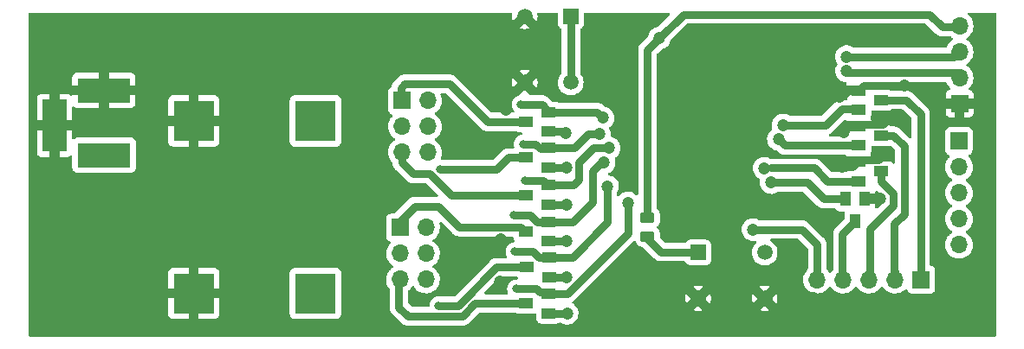
<source format=gbl>
G04 #@! TF.GenerationSoftware,KiCad,Pcbnew,(6.0.4)*
G04 #@! TF.CreationDate,2022-04-15T12:40:15+02:00*
G04 #@! TF.ProjectId,hernieuwdeBuffer_beide_groundplane,6865726e-6965-4757-9764-654275666665,rev?*
G04 #@! TF.SameCoordinates,Original*
G04 #@! TF.FileFunction,Copper,L2,Bot*
G04 #@! TF.FilePolarity,Positive*
%FSLAX46Y46*%
G04 Gerber Fmt 4.6, Leading zero omitted, Abs format (unit mm)*
G04 Created by KiCad (PCBNEW (6.0.4)) date 2022-04-15 12:40:15*
%MOMM*%
%LPD*%
G01*
G04 APERTURE LIST*
G04 Aperture macros list*
%AMRoundRect*
0 Rectangle with rounded corners*
0 $1 Rounding radius*
0 $2 $3 $4 $5 $6 $7 $8 $9 X,Y pos of 4 corners*
0 Add a 4 corners polygon primitive as box body*
4,1,4,$2,$3,$4,$5,$6,$7,$8,$9,$2,$3,0*
0 Add four circle primitives for the rounded corners*
1,1,$1+$1,$2,$3*
1,1,$1+$1,$4,$5*
1,1,$1+$1,$6,$7*
1,1,$1+$1,$8,$9*
0 Add four rect primitives between the rounded corners*
20,1,$1+$1,$2,$3,$4,$5,0*
20,1,$1+$1,$4,$5,$6,$7,0*
20,1,$1+$1,$6,$7,$8,$9,0*
20,1,$1+$1,$8,$9,$2,$3,0*%
G04 Aperture macros list end*
G04 #@! TA.AperFunction,ComponentPad*
%ADD10R,5.200000X2.400000*%
G04 #@! TD*
G04 #@! TA.AperFunction,ComponentPad*
%ADD11R,2.400000X5.200000*%
G04 #@! TD*
G04 #@! TA.AperFunction,ComponentPad*
%ADD12R,1.700000X1.700000*%
G04 #@! TD*
G04 #@! TA.AperFunction,ComponentPad*
%ADD13O,1.700000X1.700000*%
G04 #@! TD*
G04 #@! TA.AperFunction,ComponentPad*
%ADD14R,1.498000X1.498000*%
G04 #@! TD*
G04 #@! TA.AperFunction,ComponentPad*
%ADD15C,1.498000*%
G04 #@! TD*
G04 #@! TA.AperFunction,ComponentPad*
%ADD16R,4.000000X4.000000*%
G04 #@! TD*
G04 #@! TA.AperFunction,SMDPad,CuDef*
%ADD17R,1.400000X1.000000*%
G04 #@! TD*
G04 #@! TA.AperFunction,SMDPad,CuDef*
%ADD18RoundRect,0.250000X-0.450000X0.262500X-0.450000X-0.262500X0.450000X-0.262500X0.450000X0.262500X0*%
G04 #@! TD*
G04 #@! TA.AperFunction,SMDPad,CuDef*
%ADD19R,1.000000X1.400000*%
G04 #@! TD*
G04 #@! TA.AperFunction,ViaPad*
%ADD20C,1.200000*%
G04 #@! TD*
G04 #@! TA.AperFunction,ViaPad*
%ADD21C,0.800000*%
G04 #@! TD*
G04 #@! TA.AperFunction,Conductor*
%ADD22C,0.800000*%
G04 #@! TD*
G04 APERTURE END LIST*
D10*
X96200000Y-77450000D03*
X96150000Y-71100000D03*
D11*
X91350000Y-74550000D03*
D12*
X176040000Y-89650000D03*
D13*
X173500000Y-89650000D03*
X170960000Y-89650000D03*
X168420000Y-89650000D03*
X165880000Y-89650000D03*
D12*
X179750000Y-76080000D03*
D13*
X179750000Y-78620000D03*
X179750000Y-81160000D03*
X179750000Y-83700000D03*
X179750000Y-86240000D03*
D14*
X154250000Y-87000000D03*
D15*
X160750000Y-87000000D03*
X154250000Y-91500000D03*
X160750000Y-91500000D03*
D16*
X116850000Y-91000000D03*
X104950000Y-91000000D03*
X116850000Y-74100000D03*
X104950000Y-74100000D03*
D12*
X179800000Y-72400000D03*
D13*
X179800000Y-69860000D03*
X179800000Y-67320000D03*
X179800000Y-64780000D03*
D14*
X141800000Y-63835000D03*
D15*
X141800000Y-70335000D03*
X137300000Y-63835000D03*
X137300000Y-70335000D03*
D12*
X125110000Y-84560000D03*
D13*
X127650000Y-84560000D03*
X125110000Y-87100000D03*
X127650000Y-87100000D03*
X125110000Y-89640000D03*
X127650000Y-89640000D03*
D12*
X125310000Y-72110000D03*
D13*
X127850000Y-72110000D03*
X125310000Y-74650000D03*
X127850000Y-74650000D03*
X125310000Y-77190000D03*
X127850000Y-77190000D03*
D17*
X169950000Y-76500000D03*
X169950000Y-74600000D03*
X172150000Y-75550000D03*
X139600000Y-80400000D03*
X139600000Y-82300000D03*
X137400000Y-81350000D03*
X169950000Y-73000000D03*
X169950000Y-71100000D03*
X172150000Y-72050000D03*
X169950000Y-80000000D03*
X169950000Y-78100000D03*
X172150000Y-79050000D03*
X139650000Y-73250000D03*
X139650000Y-75150000D03*
X137450000Y-74200000D03*
X139650000Y-76750000D03*
X139650000Y-78650000D03*
X137450000Y-77700000D03*
X139600000Y-84000000D03*
X139600000Y-85900000D03*
X137400000Y-84950000D03*
X139700000Y-87500000D03*
X139700000Y-89400000D03*
X137500000Y-88450000D03*
X139650000Y-91050000D03*
X139650000Y-92950000D03*
X137450000Y-92000000D03*
D18*
X149300000Y-83587500D03*
X149300000Y-85412500D03*
D19*
X168650000Y-81750000D03*
X170550000Y-81750000D03*
X169600000Y-83950000D03*
D20*
X145850000Y-71350000D03*
X139400000Y-68600000D03*
X174393729Y-70596060D03*
X182250000Y-68250000D03*
X173050000Y-73700000D03*
X135400000Y-68200000D03*
X135500000Y-73000000D03*
X131100000Y-76250000D03*
X168100000Y-71750000D03*
X172050000Y-81700000D03*
X134950000Y-85700000D03*
X162150000Y-71250000D03*
X134835107Y-89840409D03*
X173500000Y-66000000D03*
X181650000Y-77050000D03*
X172650000Y-77200000D03*
X168450000Y-75200000D03*
X165550000Y-91450000D03*
X168350000Y-78550000D03*
D21*
X129050000Y-78850000D03*
D20*
X141400000Y-89400000D03*
X141400000Y-82300000D03*
X141450000Y-92950000D03*
X141400000Y-85900000D03*
X141400000Y-78650000D03*
X141350000Y-75300000D03*
X144950000Y-73800000D03*
D21*
X136950000Y-72500000D03*
X137150000Y-76350000D03*
D20*
X144600000Y-75400000D03*
D21*
X137350000Y-79950000D03*
D20*
X145550000Y-76750000D03*
X145050000Y-78200000D03*
D21*
X136250000Y-83300000D03*
D20*
X145400000Y-80550000D03*
D21*
X136350000Y-86900000D03*
D20*
X147400000Y-82150000D03*
D21*
X136500000Y-90550000D03*
D20*
X162550000Y-74500000D03*
X162100000Y-75900000D03*
X160700000Y-78750000D03*
X161400000Y-80150000D03*
X150450000Y-66000000D03*
X168750000Y-69200000D03*
X168750000Y-67800000D03*
D21*
X128900000Y-92200000D03*
D20*
X159600000Y-84750000D03*
D22*
X171899511Y-77950489D02*
X172650000Y-77200000D01*
X170453940Y-70596060D02*
X174393729Y-70596060D01*
X168350000Y-78550000D02*
X169350000Y-78550000D01*
X169950000Y-78100000D02*
X170099511Y-77950489D01*
X170550000Y-81750000D02*
X172000000Y-81750000D01*
X170099511Y-74450489D02*
X172299511Y-74450489D01*
X169950000Y-74600000D02*
X170099511Y-74450489D01*
X169050000Y-71000000D02*
X170000000Y-71000000D01*
X168300000Y-71750000D02*
X169050000Y-71000000D01*
X169350000Y-78550000D02*
X169900000Y-78000000D01*
X170099511Y-77950489D02*
X171899511Y-77950489D01*
X172299511Y-74450489D02*
X173050000Y-73700000D01*
X172000000Y-81750000D02*
X172050000Y-81700000D01*
X169950000Y-71100000D02*
X170453940Y-70596060D01*
X125600000Y-70450000D02*
X125200000Y-70850000D01*
X125200000Y-70850000D02*
X125200000Y-72200000D01*
X133700000Y-74200000D02*
X129950000Y-70450000D01*
X137450000Y-74200000D02*
X133700000Y-74200000D01*
X129950000Y-70450000D02*
X125600000Y-70450000D01*
X135700000Y-77700000D02*
X134550000Y-78850000D01*
X137450000Y-77700000D02*
X135700000Y-77700000D01*
X134550000Y-78850000D02*
X129050000Y-78850000D01*
X125310000Y-78210000D02*
X126400000Y-79300000D01*
X125310000Y-77190000D02*
X125310000Y-78210000D01*
X128050000Y-79300000D02*
X130100000Y-81350000D01*
X130100000Y-81350000D02*
X137400000Y-81350000D01*
X126400000Y-79300000D02*
X128050000Y-79300000D01*
X176000000Y-89650000D02*
X176050000Y-89700000D01*
X176040000Y-88890000D02*
X176000000Y-88850000D01*
X176040000Y-89650000D02*
X176040000Y-88890000D01*
X176000000Y-73450000D02*
X176000000Y-88850000D01*
X172150000Y-72050000D02*
X174600000Y-72050000D01*
X176000000Y-88850000D02*
X176000000Y-89650000D01*
X174600000Y-72050000D02*
X176000000Y-73450000D01*
X173440000Y-88790000D02*
X173440000Y-89560000D01*
X173350000Y-75550000D02*
X172150000Y-75550000D01*
X173500000Y-89650000D02*
X173500000Y-88850000D01*
X174400000Y-83250000D02*
X174400000Y-76600000D01*
X173440000Y-84210000D02*
X173440000Y-88790000D01*
X174400000Y-76600000D02*
X173350000Y-75550000D01*
X173440000Y-84210000D02*
X174400000Y-83250000D01*
X173500000Y-88850000D02*
X173440000Y-88790000D01*
X173440000Y-89560000D02*
X173400000Y-89600000D01*
X172100000Y-80050000D02*
X173300000Y-81250000D01*
X170990000Y-84710000D02*
X170990000Y-88860000D01*
X170990000Y-89560000D02*
X170850000Y-89700000D01*
X170990000Y-88860000D02*
X170990000Y-89560000D01*
X170960000Y-89650000D02*
X170960000Y-88890000D01*
X172100000Y-79100000D02*
X172100000Y-80050000D01*
X173300000Y-82400000D02*
X170990000Y-84710000D01*
X170960000Y-88890000D02*
X170990000Y-88860000D01*
X173300000Y-81250000D02*
X173300000Y-82400000D01*
X169600000Y-83950000D02*
X168350000Y-85200000D01*
X168350000Y-89450000D02*
X168550000Y-89650000D01*
X168350000Y-85200000D02*
X168350000Y-89450000D01*
X139600000Y-82300000D02*
X141400000Y-82300000D01*
X141200000Y-75150000D02*
X141350000Y-75300000D01*
X139650000Y-92950000D02*
X141450000Y-92950000D01*
X139650000Y-75150000D02*
X141200000Y-75150000D01*
X139700000Y-89400000D02*
X141400000Y-89400000D01*
X139600000Y-85900000D02*
X141400000Y-85900000D01*
X139650000Y-78650000D02*
X141400000Y-78650000D01*
X136950000Y-72500000D02*
X139000000Y-72500000D01*
X144400000Y-73250000D02*
X144950000Y-73800000D01*
X139650000Y-73250000D02*
X144400000Y-73250000D01*
X139000000Y-72500000D02*
X139650000Y-73150000D01*
X142150000Y-76750000D02*
X143500000Y-75400000D01*
X138850000Y-76850000D02*
X139600000Y-76850000D01*
X139650000Y-76750000D02*
X142150000Y-76750000D01*
X138350000Y-76350000D02*
X138850000Y-76850000D01*
X143500000Y-75400000D02*
X144600000Y-75400000D01*
X137150000Y-76350000D02*
X138350000Y-76350000D01*
X144050000Y-76750000D02*
X145550000Y-76750000D01*
X144050000Y-76750000D02*
X142599511Y-78200489D01*
X139150000Y-79950000D02*
X137350000Y-79950000D01*
X142599511Y-79900489D02*
X142100000Y-80400000D01*
X139600000Y-80400000D02*
X139150000Y-79950000D01*
X139600000Y-80400000D02*
X142100000Y-80400000D01*
X142599511Y-78200489D02*
X142599511Y-79900489D01*
X137800000Y-83300000D02*
X136250000Y-83300000D01*
X139600000Y-84000000D02*
X141950000Y-84000000D01*
X138500000Y-84000000D02*
X137800000Y-83300000D01*
X139600000Y-84000000D02*
X138500000Y-84000000D01*
X143900000Y-79050000D02*
X144750000Y-78200000D01*
X141950000Y-84000000D02*
X143900000Y-82050000D01*
X143900000Y-82050000D02*
X143900000Y-79050000D01*
X144750000Y-78200000D02*
X145050000Y-78200000D01*
X138700000Y-87500000D02*
X138100000Y-86900000D01*
X145400000Y-84050000D02*
X145400000Y-80550000D01*
X141950000Y-87500000D02*
X145400000Y-84050000D01*
X139700000Y-87500000D02*
X138700000Y-87500000D01*
X138100000Y-86900000D02*
X136350000Y-86900000D01*
X139700000Y-87500000D02*
X141950000Y-87500000D01*
X139500489Y-90900489D02*
X138750489Y-90900489D01*
X138400000Y-90550000D02*
X136500000Y-90550000D01*
X139650000Y-91050000D02*
X141446366Y-91050000D01*
X139650000Y-91050000D02*
X139500489Y-90900489D01*
X147400000Y-85096366D02*
X147400000Y-82150000D01*
X138750489Y-90900489D02*
X138400000Y-90550000D01*
X141446366Y-91050000D02*
X147400000Y-85096366D01*
X168300000Y-72950000D02*
X170000000Y-72950000D01*
X166750000Y-74500000D02*
X168300000Y-72950000D01*
X162550000Y-74500000D02*
X162550000Y-74653634D01*
X162550000Y-74500000D02*
X166750000Y-74500000D01*
X162100000Y-75900000D02*
X162700000Y-76500000D01*
X162700000Y-76500000D02*
X169950000Y-76500000D01*
X165600000Y-78700000D02*
X161400000Y-78700000D01*
X166900000Y-80000000D02*
X165600000Y-78700000D01*
X169950000Y-80000000D02*
X166900000Y-80000000D01*
X164900000Y-80150000D02*
X161400000Y-80150000D01*
X168450000Y-81400000D02*
X168500000Y-81450000D01*
X168500000Y-81450000D02*
X168600000Y-81550000D01*
X168650000Y-81750000D02*
X166500000Y-81750000D01*
X166500000Y-81750000D02*
X164900000Y-80150000D01*
X150450000Y-66000000D02*
X152800000Y-63650000D01*
X179650000Y-64900000D02*
X179700000Y-64850000D01*
X152800000Y-63650000D02*
X176850000Y-63650000D01*
X149300000Y-83587500D02*
X149300000Y-67150000D01*
X178100000Y-64900000D02*
X179650000Y-64900000D01*
X149300000Y-67150000D02*
X150450000Y-66000000D01*
X179700000Y-64850000D02*
X179850000Y-64700000D01*
X176850000Y-63650000D02*
X178100000Y-64900000D01*
X179500000Y-69350000D02*
X179850000Y-69700000D01*
X168750000Y-69350000D02*
X179500000Y-69350000D01*
X168750000Y-67800000D02*
X179250000Y-67800000D01*
X179250000Y-67800000D02*
X179700000Y-67350000D01*
X137400000Y-84950000D02*
X136950489Y-84500489D01*
X126550000Y-82450000D02*
X125200000Y-83800000D01*
X130900489Y-84500489D02*
X128850000Y-82450000D01*
X128850000Y-82450000D02*
X126550000Y-82450000D01*
X136950489Y-84500489D02*
X130900489Y-84500489D01*
X134529150Y-88450000D02*
X130779150Y-92200000D01*
X137500000Y-88450000D02*
X134529150Y-88450000D01*
X130779150Y-92200000D02*
X128900000Y-92200000D01*
X131200000Y-93250000D02*
X125900000Y-93250000D01*
X137450000Y-92000000D02*
X132450000Y-92000000D01*
X125000000Y-92350000D02*
X125000000Y-89550000D01*
X125000000Y-89550000D02*
X125050000Y-89550000D01*
X125900000Y-93250000D02*
X125000000Y-92350000D01*
X132450000Y-92000000D02*
X131200000Y-93250000D01*
X165880000Y-89650000D02*
X165880000Y-88720000D01*
X164400000Y-84750000D02*
X165900000Y-86250000D01*
X159600000Y-84750000D02*
X164400000Y-84750000D01*
X165900000Y-89550000D02*
X165700000Y-89750000D01*
X165900000Y-86250000D02*
X165900000Y-88700000D01*
X165900000Y-88700000D02*
X165900000Y-89550000D01*
X165880000Y-88720000D02*
X165900000Y-88700000D01*
X141800000Y-63835000D02*
X141800000Y-69900000D01*
X141800000Y-69900000D02*
X141800000Y-69950000D01*
X150650000Y-86950000D02*
X154250000Y-86950000D01*
X149300000Y-85600000D02*
X150650000Y-86950000D01*
X149300000Y-85412500D02*
X149300000Y-85600000D01*
G04 #@! TA.AperFunction,Conductor*
G36*
X135999129Y-63508502D02*
G01*
X136045622Y-63562158D01*
X136056529Y-63625482D01*
X136038677Y-63829525D01*
X136038677Y-63840475D01*
X136056889Y-64048630D01*
X136058792Y-64059425D01*
X136112871Y-64261250D01*
X136116618Y-64271546D01*
X136121598Y-64282225D01*
X136130914Y-64292807D01*
X136136893Y-64291000D01*
X136902488Y-63525405D01*
X136964800Y-63491379D01*
X136991583Y-63488500D01*
X137608417Y-63488500D01*
X137676538Y-63508502D01*
X137697512Y-63525405D01*
X138457936Y-64285829D01*
X138470316Y-64292589D01*
X138475315Y-64288847D01*
X138483382Y-64271546D01*
X138487129Y-64261250D01*
X138541208Y-64059425D01*
X138543111Y-64048630D01*
X138561323Y-63840475D01*
X138561323Y-63829525D01*
X138543471Y-63625482D01*
X138557460Y-63555877D01*
X138606859Y-63504885D01*
X138668992Y-63488500D01*
X140416500Y-63488500D01*
X140484621Y-63508502D01*
X140531114Y-63562158D01*
X140542500Y-63614500D01*
X140542500Y-64632134D01*
X140549255Y-64694316D01*
X140600385Y-64830705D01*
X140687739Y-64947261D01*
X140804295Y-65034615D01*
X140812704Y-65037767D01*
X140820575Y-65042077D01*
X140819519Y-65044005D01*
X140866500Y-65079303D01*
X140891195Y-65145866D01*
X140891500Y-65154635D01*
X140891500Y-69412937D01*
X140871498Y-69481058D01*
X140854595Y-69502032D01*
X140833020Y-69523607D01*
X140706814Y-69703849D01*
X140704493Y-69708827D01*
X140704491Y-69708830D01*
X140625880Y-69877411D01*
X140613823Y-69903267D01*
X140612401Y-69908575D01*
X140612400Y-69908577D01*
X140594687Y-69974683D01*
X140556874Y-70115803D01*
X140537697Y-70335000D01*
X140556874Y-70554197D01*
X140613823Y-70766733D01*
X140616145Y-70771713D01*
X140616146Y-70771715D01*
X140676182Y-70900460D01*
X140706814Y-70966151D01*
X140833020Y-71146393D01*
X140988607Y-71301980D01*
X140993115Y-71305137D01*
X140993118Y-71305139D01*
X141128971Y-71400264D01*
X141168848Y-71428186D01*
X141173830Y-71430509D01*
X141173835Y-71430512D01*
X141334285Y-71505331D01*
X141368267Y-71521177D01*
X141373575Y-71522599D01*
X141373577Y-71522600D01*
X141418896Y-71534743D01*
X141580803Y-71578126D01*
X141800000Y-71597303D01*
X142019197Y-71578126D01*
X142181104Y-71534743D01*
X142226423Y-71522600D01*
X142226425Y-71522599D01*
X142231733Y-71521177D01*
X142265715Y-71505331D01*
X142426165Y-71430512D01*
X142426170Y-71430509D01*
X142431152Y-71428186D01*
X142471029Y-71400264D01*
X142606882Y-71305139D01*
X142606885Y-71305137D01*
X142611393Y-71301980D01*
X142766980Y-71146393D01*
X142893186Y-70966151D01*
X142923819Y-70900460D01*
X142983854Y-70771715D01*
X142983855Y-70771713D01*
X142986177Y-70766733D01*
X143043126Y-70554197D01*
X143062303Y-70335000D01*
X143043126Y-70115803D01*
X143005313Y-69974683D01*
X142987600Y-69908577D01*
X142987599Y-69908575D01*
X142986177Y-69903267D01*
X142974120Y-69877411D01*
X142895509Y-69708830D01*
X142895507Y-69708827D01*
X142893186Y-69703849D01*
X142766980Y-69523607D01*
X142745405Y-69502032D01*
X142711379Y-69439720D01*
X142708500Y-69412937D01*
X142708500Y-65154635D01*
X142728502Y-65086514D01*
X142779541Y-65042289D01*
X142779425Y-65042077D01*
X142780404Y-65041541D01*
X142782158Y-65040021D01*
X142786387Y-65038265D01*
X142787295Y-65037768D01*
X142795705Y-65034615D01*
X142912261Y-64947261D01*
X142999615Y-64830705D01*
X143050745Y-64694316D01*
X143057500Y-64632134D01*
X143057500Y-63614500D01*
X143077502Y-63546379D01*
X143131158Y-63499886D01*
X143183500Y-63488500D01*
X151372497Y-63488500D01*
X151440618Y-63508502D01*
X151487111Y-63562158D01*
X151497215Y-63632432D01*
X151467721Y-63697012D01*
X151461592Y-63703595D01*
X150285124Y-64880063D01*
X150217367Y-64915148D01*
X150161870Y-64924684D01*
X149970734Y-64995198D01*
X149965773Y-64998150D01*
X149965772Y-64998150D01*
X149895394Y-65040021D01*
X149795649Y-65099363D01*
X149642478Y-65233690D01*
X149638911Y-65238215D01*
X149638906Y-65238220D01*
X149552331Y-65348040D01*
X149516351Y-65393681D01*
X149421492Y-65573978D01*
X149401290Y-65639040D01*
X149365427Y-65754538D01*
X149361078Y-65768543D01*
X149360400Y-65774269D01*
X149359922Y-65776519D01*
X149325771Y-65839416D01*
X148715168Y-66450019D01*
X148700135Y-66462860D01*
X148695248Y-66466411D01*
X148688747Y-66471134D01*
X148684327Y-66476043D01*
X148642984Y-66521959D01*
X148638443Y-66526744D01*
X148623928Y-66541259D01*
X148621852Y-66543823D01*
X148611006Y-66557216D01*
X148606722Y-66562231D01*
X148565381Y-66608145D01*
X148565377Y-66608150D01*
X148560960Y-66613056D01*
X148557660Y-66618772D01*
X148557657Y-66618776D01*
X148553927Y-66625237D01*
X148542727Y-66641533D01*
X148533871Y-66652470D01*
X148513336Y-66692773D01*
X148502815Y-66713421D01*
X148499669Y-66719215D01*
X148465473Y-66778444D01*
X148463432Y-66784726D01*
X148463431Y-66784728D01*
X148461125Y-66791826D01*
X148453560Y-66810092D01*
X148447171Y-66822630D01*
X148433965Y-66871917D01*
X148429469Y-66888695D01*
X148427600Y-66895003D01*
X148406458Y-66960072D01*
X148405768Y-66966637D01*
X148405766Y-66966646D01*
X148404985Y-66974075D01*
X148401383Y-66993509D01*
X148399453Y-67000714D01*
X148397743Y-67007097D01*
X148397398Y-67013688D01*
X148397397Y-67013692D01*
X148394164Y-67075384D01*
X148393647Y-67081958D01*
X148391844Y-67099116D01*
X148391500Y-67102390D01*
X148391500Y-67122926D01*
X148391327Y-67129520D01*
X148387748Y-67197810D01*
X148388780Y-67204325D01*
X148389949Y-67211705D01*
X148391500Y-67231417D01*
X148391500Y-81268811D01*
X148371498Y-81336932D01*
X148317842Y-81383425D01*
X148247568Y-81393529D01*
X148179971Y-81361335D01*
X148081949Y-81270724D01*
X148081943Y-81270719D01*
X148077703Y-81266800D01*
X148020383Y-81230634D01*
X147910288Y-81161169D01*
X147910283Y-81161167D01*
X147905404Y-81158088D01*
X147716180Y-81082595D01*
X147516366Y-81042849D01*
X147510592Y-81042773D01*
X147510588Y-81042773D01*
X147407452Y-81041424D01*
X147312655Y-81040183D01*
X147306958Y-81041162D01*
X147306957Y-81041162D01*
X147188265Y-81061557D01*
X147111870Y-81074684D01*
X146920734Y-81145198D01*
X146915773Y-81148150D01*
X146915772Y-81148150D01*
X146763278Y-81238875D01*
X146745649Y-81249363D01*
X146592478Y-81383690D01*
X146535348Y-81456160D01*
X146533450Y-81458567D01*
X146475569Y-81499680D01*
X146404649Y-81502974D01*
X146343206Y-81467403D01*
X146310749Y-81404260D01*
X146308500Y-81380561D01*
X146308500Y-81229425D01*
X146324564Y-81167862D01*
X146417004Y-81002799D01*
X146418860Y-80997332D01*
X146418862Y-80997327D01*
X146480634Y-80815352D01*
X146480635Y-80815347D01*
X146482490Y-80809883D01*
X146511723Y-80608263D01*
X146513249Y-80550000D01*
X146494608Y-80347126D01*
X146488128Y-80324151D01*
X146440875Y-80156606D01*
X146440874Y-80156604D01*
X146439307Y-80151047D01*
X146434816Y-80141939D01*
X146351756Y-79973510D01*
X146349201Y-79968329D01*
X146342401Y-79959222D01*
X146230758Y-79809715D01*
X146230758Y-79809714D01*
X146227305Y-79805091D01*
X146113438Y-79699833D01*
X146081943Y-79670719D01*
X146081940Y-79670717D01*
X146077703Y-79666800D01*
X146031675Y-79637759D01*
X145910288Y-79561169D01*
X145910283Y-79561167D01*
X145905404Y-79558088D01*
X145777695Y-79507137D01*
X145721549Y-79484737D01*
X145716180Y-79482595D01*
X145543749Y-79448296D01*
X145480840Y-79415388D01*
X145445708Y-79353693D01*
X145449508Y-79282798D01*
X145491034Y-79225212D01*
X145506765Y-79214783D01*
X145607924Y-79158131D01*
X145680551Y-79117458D01*
X145837186Y-78987186D01*
X145967458Y-78830551D01*
X146041615Y-78698134D01*
X146064180Y-78657842D01*
X146064181Y-78657840D01*
X146067004Y-78652799D01*
X146068860Y-78647332D01*
X146068862Y-78647327D01*
X146130634Y-78465352D01*
X146130635Y-78465347D01*
X146132490Y-78459883D01*
X146161723Y-78258263D01*
X146163249Y-78200000D01*
X146148619Y-78040778D01*
X146145137Y-78002880D01*
X146145136Y-78002877D01*
X146144608Y-77997126D01*
X146139746Y-77979885D01*
X146106251Y-77861125D01*
X146096178Y-77825409D01*
X146096938Y-77754418D01*
X146135959Y-77695106D01*
X146155879Y-77681275D01*
X146167648Y-77674684D01*
X146175513Y-77670280D01*
X146175517Y-77670277D01*
X146180551Y-77667458D01*
X146184988Y-77663768D01*
X146184992Y-77663765D01*
X146332748Y-77540877D01*
X146337186Y-77537186D01*
X146467458Y-77380551D01*
X146567004Y-77202799D01*
X146568860Y-77197332D01*
X146568862Y-77197327D01*
X146630634Y-77015352D01*
X146630635Y-77015347D01*
X146632490Y-77009883D01*
X146661723Y-76808263D01*
X146663249Y-76750000D01*
X146650201Y-76607999D01*
X146645137Y-76552880D01*
X146645136Y-76552877D01*
X146644608Y-76547126D01*
X146631490Y-76500615D01*
X146590875Y-76356606D01*
X146590874Y-76356604D01*
X146589307Y-76351047D01*
X146585554Y-76343435D01*
X146501756Y-76173510D01*
X146499201Y-76168329D01*
X146481536Y-76144672D01*
X146380758Y-76009715D01*
X146380758Y-76009714D01*
X146377305Y-76005091D01*
X146241363Y-75879427D01*
X146231943Y-75870719D01*
X146231940Y-75870717D01*
X146227703Y-75866800D01*
X146151800Y-75818909D01*
X146060288Y-75761169D01*
X146060283Y-75761167D01*
X146055404Y-75758088D01*
X145866180Y-75682595D01*
X145801710Y-75669771D01*
X145738801Y-75636863D01*
X145703669Y-75575168D01*
X145701596Y-75528113D01*
X145711190Y-75461940D01*
X145711190Y-75461938D01*
X145711723Y-75458263D01*
X145713249Y-75400000D01*
X145700567Y-75261975D01*
X145695137Y-75202880D01*
X145695136Y-75202877D01*
X145694608Y-75197126D01*
X145692900Y-75191069D01*
X145640875Y-75006606D01*
X145640874Y-75006604D01*
X145639307Y-75001047D01*
X145634700Y-74991703D01*
X145566976Y-74854373D01*
X145554786Y-74784431D01*
X145582346Y-74719001D01*
X145599413Y-74701771D01*
X145732748Y-74590877D01*
X145737186Y-74587186D01*
X145867458Y-74430551D01*
X145967004Y-74252799D01*
X145968860Y-74247332D01*
X145968862Y-74247327D01*
X146030634Y-74065352D01*
X146030635Y-74065347D01*
X146032490Y-74059883D01*
X146061723Y-73858263D01*
X146063249Y-73800000D01*
X146053021Y-73688689D01*
X146045137Y-73602879D01*
X146045136Y-73602875D01*
X146044608Y-73597126D01*
X146037539Y-73572062D01*
X145990875Y-73406606D01*
X145990874Y-73406604D01*
X145989307Y-73401047D01*
X145985265Y-73392849D01*
X145901756Y-73223510D01*
X145899201Y-73218329D01*
X145890747Y-73207007D01*
X145780758Y-73059715D01*
X145780758Y-73059714D01*
X145777305Y-73055091D01*
X145670923Y-72956752D01*
X145631943Y-72920719D01*
X145631940Y-72920717D01*
X145627703Y-72916800D01*
X145512041Y-72843823D01*
X145460288Y-72811169D01*
X145460283Y-72811167D01*
X145455404Y-72808088D01*
X145266180Y-72732595D01*
X145216847Y-72722782D01*
X145180367Y-72715525D01*
X145115854Y-72681041D01*
X145099981Y-72665168D01*
X145087140Y-72650135D01*
X145082746Y-72644087D01*
X145082745Y-72644086D01*
X145078866Y-72638747D01*
X145028041Y-72592984D01*
X145023256Y-72588443D01*
X145008741Y-72573928D01*
X145001282Y-72567888D01*
X144992784Y-72561006D01*
X144987769Y-72556722D01*
X144941855Y-72515381D01*
X144941850Y-72515377D01*
X144936944Y-72510960D01*
X144931228Y-72507660D01*
X144931224Y-72507657D01*
X144924763Y-72503927D01*
X144908466Y-72492727D01*
X144902660Y-72488025D01*
X144902658Y-72488024D01*
X144897530Y-72483871D01*
X144836577Y-72452814D01*
X144830782Y-72449667D01*
X144824057Y-72445784D01*
X144771556Y-72415473D01*
X144765274Y-72413432D01*
X144765272Y-72413431D01*
X144758174Y-72411125D01*
X144739907Y-72403559D01*
X144737536Y-72402351D01*
X144727370Y-72397171D01*
X144661299Y-72379467D01*
X144654997Y-72377600D01*
X144589928Y-72356458D01*
X144583363Y-72355768D01*
X144583354Y-72355766D01*
X144575925Y-72354985D01*
X144556491Y-72351383D01*
X144549286Y-72349453D01*
X144549284Y-72349453D01*
X144542903Y-72347743D01*
X144536312Y-72347398D01*
X144536308Y-72347397D01*
X144474616Y-72344164D01*
X144468042Y-72343647D01*
X144450884Y-72341844D01*
X144450882Y-72341844D01*
X144447610Y-72341500D01*
X144427074Y-72341500D01*
X144420480Y-72341327D01*
X144358782Y-72338093D01*
X144358777Y-72338093D01*
X144352190Y-72337748D01*
X144338292Y-72339949D01*
X144318583Y-72341500D01*
X140694874Y-72341500D01*
X140626753Y-72321498D01*
X140619327Y-72316339D01*
X140596705Y-72299385D01*
X140460316Y-72248255D01*
X140398134Y-72241500D01*
X140078503Y-72241500D01*
X140010382Y-72221498D01*
X139989408Y-72204595D01*
X139699981Y-71915168D01*
X139687140Y-71900135D01*
X139682746Y-71894087D01*
X139682745Y-71894086D01*
X139678866Y-71888747D01*
X139628041Y-71842984D01*
X139623256Y-71838443D01*
X139608741Y-71823928D01*
X139600503Y-71817257D01*
X139592784Y-71811006D01*
X139587769Y-71806722D01*
X139541855Y-71765381D01*
X139541850Y-71765377D01*
X139536944Y-71760960D01*
X139531228Y-71757660D01*
X139531224Y-71757657D01*
X139524763Y-71753927D01*
X139508466Y-71742727D01*
X139502660Y-71738025D01*
X139502658Y-71738024D01*
X139497530Y-71733871D01*
X139436577Y-71702814D01*
X139430782Y-71699667D01*
X139377279Y-71668777D01*
X139377278Y-71668776D01*
X139371556Y-71665473D01*
X139365274Y-71663432D01*
X139365272Y-71663431D01*
X139358174Y-71661125D01*
X139339907Y-71653559D01*
X139327370Y-71647171D01*
X139318033Y-71644669D01*
X139267788Y-71631206D01*
X139261299Y-71629467D01*
X139254997Y-71627600D01*
X139189928Y-71606458D01*
X139183363Y-71605768D01*
X139183354Y-71605766D01*
X139175925Y-71604985D01*
X139156491Y-71601383D01*
X139149286Y-71599453D01*
X139149284Y-71599453D01*
X139142903Y-71597743D01*
X139136312Y-71597398D01*
X139136308Y-71597397D01*
X139074616Y-71594164D01*
X139068042Y-71593647D01*
X139050884Y-71591844D01*
X139050882Y-71591844D01*
X139047610Y-71591500D01*
X139027074Y-71591500D01*
X139020480Y-71591327D01*
X138958782Y-71588093D01*
X138958777Y-71588093D01*
X138952190Y-71587748D01*
X138938292Y-71589949D01*
X138918583Y-71591500D01*
X137877774Y-71591500D01*
X137809653Y-71571498D01*
X137763160Y-71517842D01*
X137757163Y-71501956D01*
X137755999Y-71498106D01*
X137312812Y-71054919D01*
X137298868Y-71047305D01*
X137297035Y-71047436D01*
X137290420Y-71051687D01*
X136849171Y-71492936D01*
X136828628Y-71530556D01*
X136824542Y-71549342D01*
X136774341Y-71599545D01*
X136752892Y-71608791D01*
X136724195Y-71618115D01*
X136720816Y-71619213D01*
X136708080Y-71622625D01*
X136674169Y-71629833D01*
X136674165Y-71629834D01*
X136667712Y-71631206D01*
X136629994Y-71647999D01*
X136617698Y-71652718D01*
X136578444Y-71665473D01*
X136572723Y-71668776D01*
X136542710Y-71686104D01*
X136530959Y-71692092D01*
X136506875Y-71702815D01*
X136493248Y-71708882D01*
X136487909Y-71712761D01*
X136487904Y-71712764D01*
X136459851Y-71733146D01*
X136448798Y-71740325D01*
X136413056Y-71760960D01*
X136408147Y-71765380D01*
X136408143Y-71765383D01*
X136382386Y-71788575D01*
X136372143Y-71796871D01*
X136338747Y-71821134D01*
X136334333Y-71826036D01*
X136334331Y-71826038D01*
X136311129Y-71851806D01*
X136301806Y-71861129D01*
X136276038Y-71884331D01*
X136271134Y-71888747D01*
X136246871Y-71922143D01*
X136238575Y-71932386D01*
X136215383Y-71958143D01*
X136215380Y-71958147D01*
X136210960Y-71963056D01*
X136190325Y-71998798D01*
X136183146Y-72009851D01*
X136162764Y-72037904D01*
X136162761Y-72037909D01*
X136158882Y-72043248D01*
X136156199Y-72049275D01*
X136156198Y-72049276D01*
X136142092Y-72080959D01*
X136136105Y-72092708D01*
X136115473Y-72128444D01*
X136113432Y-72134727D01*
X136113431Y-72134728D01*
X136102719Y-72167696D01*
X136097999Y-72179994D01*
X136081206Y-72217712D01*
X136079834Y-72224165D01*
X136079833Y-72224169D01*
X136072625Y-72258080D01*
X136069212Y-72270817D01*
X136058498Y-72303791D01*
X136058497Y-72303798D01*
X136056458Y-72310072D01*
X136052248Y-72350135D01*
X136052144Y-72351122D01*
X136050082Y-72364136D01*
X136041500Y-72404513D01*
X136041500Y-72445784D01*
X136040810Y-72458955D01*
X136036496Y-72500000D01*
X136037186Y-72506565D01*
X136040810Y-72541045D01*
X136041500Y-72554216D01*
X136041500Y-72595487D01*
X136050082Y-72635864D01*
X136052143Y-72648872D01*
X136056458Y-72689928D01*
X136058497Y-72696202D01*
X136058498Y-72696209D01*
X136069212Y-72729183D01*
X136072625Y-72741920D01*
X136074347Y-72750019D01*
X136081206Y-72782288D01*
X136097999Y-72820006D01*
X136102719Y-72832304D01*
X136110814Y-72857216D01*
X136115473Y-72871556D01*
X136133556Y-72902876D01*
X136136104Y-72907290D01*
X136142091Y-72919039D01*
X136158882Y-72956752D01*
X136162761Y-72962091D01*
X136162764Y-72962096D01*
X136183146Y-72990149D01*
X136190325Y-73001202D01*
X136210960Y-73036944D01*
X136215380Y-73041853D01*
X136215383Y-73041857D01*
X136238575Y-73067614D01*
X136246879Y-73077868D01*
X136256741Y-73091443D01*
X136280597Y-73158312D01*
X136264514Y-73227463D01*
X136213598Y-73276941D01*
X136154802Y-73291500D01*
X134128503Y-73291500D01*
X134060382Y-73271498D01*
X134039408Y-73254595D01*
X131125288Y-70340475D01*
X136038677Y-70340475D01*
X136056889Y-70548630D01*
X136058792Y-70559425D01*
X136112871Y-70761250D01*
X136116618Y-70771546D01*
X136121598Y-70782225D01*
X136130914Y-70792807D01*
X136136893Y-70791000D01*
X136580081Y-70347812D01*
X136586459Y-70336132D01*
X138012305Y-70336132D01*
X138012436Y-70337965D01*
X138016687Y-70344580D01*
X138457936Y-70785829D01*
X138470316Y-70792589D01*
X138475315Y-70788847D01*
X138483382Y-70771546D01*
X138487129Y-70761250D01*
X138541208Y-70559425D01*
X138543111Y-70548630D01*
X138561323Y-70340475D01*
X138561323Y-70329525D01*
X138543111Y-70121370D01*
X138541208Y-70110575D01*
X138487129Y-69908750D01*
X138483382Y-69898454D01*
X138478402Y-69887775D01*
X138469086Y-69877193D01*
X138463107Y-69879000D01*
X138019919Y-70322188D01*
X138012305Y-70336132D01*
X136586459Y-70336132D01*
X136587695Y-70333868D01*
X136587564Y-70332035D01*
X136583313Y-70325420D01*
X136142064Y-69884171D01*
X136129684Y-69877411D01*
X136124685Y-69881153D01*
X136116618Y-69898454D01*
X136112871Y-69908750D01*
X136058792Y-70110575D01*
X136056889Y-70121370D01*
X136038677Y-70329525D01*
X136038677Y-70340475D01*
X131125288Y-70340475D01*
X130649981Y-69865168D01*
X130637140Y-69850135D01*
X130632746Y-69844087D01*
X130632745Y-69844086D01*
X130628866Y-69838747D01*
X130578041Y-69792984D01*
X130573256Y-69788443D01*
X130558741Y-69773928D01*
X130542795Y-69761015D01*
X130542784Y-69761006D01*
X130537769Y-69756722D01*
X130491855Y-69715381D01*
X130491850Y-69715377D01*
X130486944Y-69710960D01*
X130481228Y-69707660D01*
X130481224Y-69707657D01*
X130474763Y-69703927D01*
X130458466Y-69692727D01*
X130452660Y-69688025D01*
X130452658Y-69688024D01*
X130447530Y-69683871D01*
X130386573Y-69652812D01*
X130380782Y-69649667D01*
X130327279Y-69618777D01*
X130327278Y-69618776D01*
X130321556Y-69615473D01*
X130315274Y-69613432D01*
X130315272Y-69613431D01*
X130308174Y-69611125D01*
X130289907Y-69603559D01*
X130277370Y-69597171D01*
X130270989Y-69595461D01*
X130252852Y-69590601D01*
X130211299Y-69579467D01*
X130204997Y-69577600D01*
X130139928Y-69556458D01*
X130133363Y-69555768D01*
X130133354Y-69555766D01*
X130125925Y-69554985D01*
X130106491Y-69551383D01*
X130099286Y-69549453D01*
X130099284Y-69549453D01*
X130092903Y-69547743D01*
X130086312Y-69547398D01*
X130086308Y-69547397D01*
X130024616Y-69544164D01*
X130018042Y-69543647D01*
X130000884Y-69541844D01*
X130000882Y-69541844D01*
X129997610Y-69541500D01*
X129977074Y-69541500D01*
X129970480Y-69541327D01*
X129908782Y-69538093D01*
X129908777Y-69538093D01*
X129902190Y-69537748D01*
X129888292Y-69539949D01*
X129868583Y-69541500D01*
X125681416Y-69541500D01*
X125661707Y-69539949D01*
X125647809Y-69537748D01*
X125641222Y-69538093D01*
X125641217Y-69538093D01*
X125579519Y-69541327D01*
X125572925Y-69541500D01*
X125552390Y-69541500D01*
X125546222Y-69542148D01*
X125531960Y-69543647D01*
X125525385Y-69544164D01*
X125463696Y-69547397D01*
X125463695Y-69547397D01*
X125457096Y-69547743D01*
X125443508Y-69551384D01*
X125424061Y-69554988D01*
X125416644Y-69555767D01*
X125416640Y-69555768D01*
X125410072Y-69556458D01*
X125353276Y-69574912D01*
X125345009Y-69577598D01*
X125338685Y-69579471D01*
X125279010Y-69595461D01*
X125279006Y-69595462D01*
X125272630Y-69597171D01*
X125266748Y-69600168D01*
X125260093Y-69603559D01*
X125241826Y-69611125D01*
X125234728Y-69613431D01*
X125234726Y-69613432D01*
X125228444Y-69615473D01*
X125222722Y-69618777D01*
X125222721Y-69618777D01*
X125169223Y-69649664D01*
X125163426Y-69652812D01*
X125108352Y-69680873D01*
X125108349Y-69680875D01*
X125102469Y-69683871D01*
X125091526Y-69692733D01*
X125075237Y-69703927D01*
X125063056Y-69710960D01*
X125058150Y-69715377D01*
X125058145Y-69715381D01*
X125012221Y-69756731D01*
X125007220Y-69761003D01*
X124991259Y-69773928D01*
X124976744Y-69788443D01*
X124971959Y-69792984D01*
X124921134Y-69838747D01*
X124917255Y-69844086D01*
X124917254Y-69844087D01*
X124912860Y-69850135D01*
X124900019Y-69865168D01*
X124615168Y-70150019D01*
X124600135Y-70162860D01*
X124588747Y-70171134D01*
X124584327Y-70176043D01*
X124542984Y-70221959D01*
X124538443Y-70226744D01*
X124523928Y-70241259D01*
X124521852Y-70243823D01*
X124511006Y-70257216D01*
X124506722Y-70262231D01*
X124465381Y-70308145D01*
X124465377Y-70308150D01*
X124460960Y-70313056D01*
X124457660Y-70318772D01*
X124457657Y-70318776D01*
X124453927Y-70325237D01*
X124442727Y-70341533D01*
X124433871Y-70352470D01*
X124418185Y-70383256D01*
X124402815Y-70413421D01*
X124399669Y-70419215D01*
X124365473Y-70478444D01*
X124363432Y-70484726D01*
X124363431Y-70484728D01*
X124361125Y-70491826D01*
X124353560Y-70510092D01*
X124347171Y-70522630D01*
X124338409Y-70555332D01*
X124329469Y-70588695D01*
X124327600Y-70595003D01*
X124306458Y-70660072D01*
X124305768Y-70666637D01*
X124305766Y-70666646D01*
X124304985Y-70674075D01*
X124301383Y-70693509D01*
X124299453Y-70700714D01*
X124297743Y-70707097D01*
X124297566Y-70710480D01*
X124267667Y-70773554D01*
X124228668Y-70800269D01*
X124229574Y-70801923D01*
X124221698Y-70806235D01*
X124213295Y-70809385D01*
X124206116Y-70814765D01*
X124206113Y-70814767D01*
X124123349Y-70876796D01*
X124096739Y-70896739D01*
X124009385Y-71013295D01*
X123958255Y-71149684D01*
X123951500Y-71211866D01*
X123951500Y-73008134D01*
X123958255Y-73070316D01*
X124009385Y-73206705D01*
X124096739Y-73323261D01*
X124213295Y-73410615D01*
X124221704Y-73413767D01*
X124221705Y-73413768D01*
X124330451Y-73454535D01*
X124387216Y-73497176D01*
X124411916Y-73563738D01*
X124396709Y-73633087D01*
X124377316Y-73659568D01*
X124283607Y-73757629D01*
X124250629Y-73792138D01*
X124124743Y-73976680D01*
X124110248Y-74007908D01*
X124036380Y-74167043D01*
X124030688Y-74179305D01*
X123970989Y-74394570D01*
X123947251Y-74616695D01*
X123947548Y-74621848D01*
X123947548Y-74621851D01*
X123958161Y-74805913D01*
X123960110Y-74839715D01*
X123961247Y-74844761D01*
X123961248Y-74844767D01*
X123973932Y-74901047D01*
X124009222Y-75057639D01*
X124062559Y-75188994D01*
X124085737Y-75246073D01*
X124093266Y-75264616D01*
X124134083Y-75331223D01*
X124207291Y-75450688D01*
X124209987Y-75455088D01*
X124356250Y-75623938D01*
X124528126Y-75766632D01*
X124555086Y-75782386D01*
X124601445Y-75809476D01*
X124650169Y-75861114D01*
X124663240Y-75930897D01*
X124636509Y-75996669D01*
X124596055Y-76030027D01*
X124583607Y-76036507D01*
X124579474Y-76039610D01*
X124579471Y-76039612D01*
X124409100Y-76167530D01*
X124404965Y-76170635D01*
X124250629Y-76332138D01*
X124247720Y-76336403D01*
X124247714Y-76336411D01*
X124242923Y-76343435D01*
X124124743Y-76516680D01*
X124030688Y-76719305D01*
X123970989Y-76934570D01*
X123947251Y-77156695D01*
X123947548Y-77161848D01*
X123947548Y-77161851D01*
X123957622Y-77336569D01*
X123960110Y-77379715D01*
X123961247Y-77384761D01*
X123961248Y-77384767D01*
X123973104Y-77437375D01*
X124009222Y-77597639D01*
X124047461Y-77691811D01*
X124091170Y-77799453D01*
X124093266Y-77804616D01*
X124127895Y-77861125D01*
X124207291Y-77990688D01*
X124209987Y-77995088D01*
X124213367Y-77998990D01*
X124352865Y-78160031D01*
X124352869Y-78160035D01*
X124356250Y-78163938D01*
X124360226Y-78167239D01*
X124363823Y-78170761D01*
X124398499Y-78232713D01*
X124401493Y-78254189D01*
X124401500Y-78254323D01*
X124401500Y-78257610D01*
X124401844Y-78260880D01*
X124401844Y-78260886D01*
X124403647Y-78278042D01*
X124404164Y-78284616D01*
X124405466Y-78309447D01*
X124407743Y-78352903D01*
X124409453Y-78359284D01*
X124409453Y-78359286D01*
X124411383Y-78366491D01*
X124414985Y-78385925D01*
X124415766Y-78393354D01*
X124415768Y-78393363D01*
X124416458Y-78399928D01*
X124437600Y-78464997D01*
X124439469Y-78471305D01*
X124453664Y-78524280D01*
X124457171Y-78537370D01*
X124463559Y-78549907D01*
X124471125Y-78568173D01*
X124475473Y-78581556D01*
X124478776Y-78587278D01*
X124478777Y-78587279D01*
X124509667Y-78640782D01*
X124512814Y-78646577D01*
X124543871Y-78707530D01*
X124548024Y-78712658D01*
X124548025Y-78712660D01*
X124552727Y-78718466D01*
X124563927Y-78734763D01*
X124567657Y-78741224D01*
X124567660Y-78741228D01*
X124570960Y-78746944D01*
X124575377Y-78751850D01*
X124575381Y-78751855D01*
X124616722Y-78797769D01*
X124621006Y-78802784D01*
X124633928Y-78818741D01*
X124648443Y-78833256D01*
X124652984Y-78838041D01*
X124698747Y-78888866D01*
X124704086Y-78892745D01*
X124704087Y-78892746D01*
X124710135Y-78897140D01*
X124725168Y-78909981D01*
X125700019Y-79884832D01*
X125712860Y-79899865D01*
X125714695Y-79902390D01*
X125721134Y-79911253D01*
X125726043Y-79915673D01*
X125771959Y-79957016D01*
X125776744Y-79961557D01*
X125791259Y-79976072D01*
X125793823Y-79978148D01*
X125807216Y-79988994D01*
X125812231Y-79993278D01*
X125858145Y-80034619D01*
X125858150Y-80034623D01*
X125863056Y-80039040D01*
X125868772Y-80042340D01*
X125868776Y-80042343D01*
X125875237Y-80046073D01*
X125891533Y-80057273D01*
X125902470Y-80066129D01*
X125908348Y-80069124D01*
X125908351Y-80069126D01*
X125963426Y-80097188D01*
X125969223Y-80100336D01*
X126014757Y-80126625D01*
X126028444Y-80134527D01*
X126041826Y-80138875D01*
X126060085Y-80146438D01*
X126072630Y-80152830D01*
X126079000Y-80154537D01*
X126079003Y-80154538D01*
X126098821Y-80159848D01*
X126138712Y-80170537D01*
X126145025Y-80172407D01*
X126210072Y-80193542D01*
X126224075Y-80195014D01*
X126243504Y-80198615D01*
X126257097Y-80202257D01*
X126263694Y-80202603D01*
X126263696Y-80202603D01*
X126325384Y-80205836D01*
X126331958Y-80206353D01*
X126349116Y-80208156D01*
X126349118Y-80208156D01*
X126352390Y-80208500D01*
X126372926Y-80208500D01*
X126379520Y-80208673D01*
X126441218Y-80211907D01*
X126441223Y-80211907D01*
X126447810Y-80212252D01*
X126461708Y-80210051D01*
X126481417Y-80208500D01*
X127621497Y-80208500D01*
X127689618Y-80228502D01*
X127710592Y-80245405D01*
X128791592Y-81326405D01*
X128825618Y-81388717D01*
X128820553Y-81459532D01*
X128778006Y-81516368D01*
X128711486Y-81541179D01*
X128702497Y-81541500D01*
X126631416Y-81541500D01*
X126611707Y-81539949D01*
X126597809Y-81537748D01*
X126591222Y-81538093D01*
X126591217Y-81538093D01*
X126529519Y-81541327D01*
X126522925Y-81541500D01*
X126502390Y-81541500D01*
X126496222Y-81542148D01*
X126481960Y-81543647D01*
X126475385Y-81544164D01*
X126413696Y-81547397D01*
X126413695Y-81547397D01*
X126407096Y-81547743D01*
X126393508Y-81551384D01*
X126374061Y-81554988D01*
X126366644Y-81555767D01*
X126366640Y-81555768D01*
X126360072Y-81556458D01*
X126310930Y-81572425D01*
X126295009Y-81577598D01*
X126288685Y-81579471D01*
X126229010Y-81595461D01*
X126229006Y-81595462D01*
X126222630Y-81597171D01*
X126216748Y-81600168D01*
X126210093Y-81603559D01*
X126191826Y-81611125D01*
X126184728Y-81613431D01*
X126184726Y-81613432D01*
X126178444Y-81615473D01*
X126172722Y-81618776D01*
X126172721Y-81618777D01*
X126119218Y-81649667D01*
X126113423Y-81652814D01*
X126052470Y-81683871D01*
X126047342Y-81688024D01*
X126047340Y-81688025D01*
X126041534Y-81692727D01*
X126025237Y-81703927D01*
X126018776Y-81707657D01*
X126018772Y-81707660D01*
X126013056Y-81710960D01*
X126008150Y-81715377D01*
X126008145Y-81715381D01*
X125962231Y-81756722D01*
X125957216Y-81761006D01*
X125948718Y-81767888D01*
X125941259Y-81773928D01*
X125926744Y-81788443D01*
X125921959Y-81792984D01*
X125871134Y-81838747D01*
X125867255Y-81844086D01*
X125867254Y-81844087D01*
X125862860Y-81850135D01*
X125850019Y-81865168D01*
X124550592Y-83164595D01*
X124488280Y-83198621D01*
X124461497Y-83201500D01*
X124211866Y-83201500D01*
X124149684Y-83208255D01*
X124013295Y-83259385D01*
X123896739Y-83346739D01*
X123809385Y-83463295D01*
X123758255Y-83599684D01*
X123751500Y-83661866D01*
X123751500Y-85458134D01*
X123758255Y-85520316D01*
X123809385Y-85656705D01*
X123896739Y-85773261D01*
X124013295Y-85860615D01*
X124021704Y-85863767D01*
X124021705Y-85863768D01*
X124130451Y-85904535D01*
X124187216Y-85947176D01*
X124211916Y-86013738D01*
X124196709Y-86083087D01*
X124177316Y-86109568D01*
X124065843Y-86226218D01*
X124050629Y-86242138D01*
X124047720Y-86246403D01*
X124047714Y-86246411D01*
X124015194Y-86294084D01*
X123924743Y-86426680D01*
X123830688Y-86629305D01*
X123770989Y-86844570D01*
X123747251Y-87066695D01*
X123747548Y-87071848D01*
X123747548Y-87071851D01*
X123755728Y-87213717D01*
X123760110Y-87289715D01*
X123761247Y-87294761D01*
X123761248Y-87294767D01*
X123775274Y-87357004D01*
X123809222Y-87507639D01*
X123852180Y-87613432D01*
X123888926Y-87703927D01*
X123893266Y-87714616D01*
X123931044Y-87776264D01*
X124007291Y-87900688D01*
X124009987Y-87905088D01*
X124156250Y-88073938D01*
X124279271Y-88176072D01*
X124315920Y-88206498D01*
X124328126Y-88216632D01*
X124386504Y-88250745D01*
X124401445Y-88259476D01*
X124450169Y-88311114D01*
X124463240Y-88380897D01*
X124436509Y-88446669D01*
X124396055Y-88480027D01*
X124383607Y-88486507D01*
X124379474Y-88489610D01*
X124379471Y-88489612D01*
X124243256Y-88591885D01*
X124204965Y-88620635D01*
X124170338Y-88656870D01*
X124092653Y-88738163D01*
X124050629Y-88782138D01*
X124047720Y-88786403D01*
X124047714Y-88786411D01*
X124035404Y-88804457D01*
X123924743Y-88966680D01*
X123906566Y-89005840D01*
X123834355Y-89161406D01*
X123830688Y-89169305D01*
X123770989Y-89384570D01*
X123747251Y-89606695D01*
X123747548Y-89611848D01*
X123747548Y-89611851D01*
X123757839Y-89790331D01*
X123760110Y-89829715D01*
X123761247Y-89834761D01*
X123761248Y-89834767D01*
X123777462Y-89906712D01*
X123809222Y-90047639D01*
X123893266Y-90254616D01*
X124009987Y-90445088D01*
X124060738Y-90503677D01*
X124090220Y-90568260D01*
X124091500Y-90586172D01*
X124091500Y-92268583D01*
X124089949Y-92288292D01*
X124087748Y-92302190D01*
X124088093Y-92308777D01*
X124088093Y-92308782D01*
X124091327Y-92370480D01*
X124091500Y-92377074D01*
X124091500Y-92397610D01*
X124091844Y-92400882D01*
X124091844Y-92400884D01*
X124093647Y-92418042D01*
X124094164Y-92424616D01*
X124097743Y-92492903D01*
X124099453Y-92499284D01*
X124099453Y-92499286D01*
X124101383Y-92506491D01*
X124104985Y-92525925D01*
X124105766Y-92533354D01*
X124105768Y-92533363D01*
X124106458Y-92539928D01*
X124127600Y-92604997D01*
X124129467Y-92611299D01*
X124147171Y-92677370D01*
X124153559Y-92689907D01*
X124161125Y-92708173D01*
X124165473Y-92721556D01*
X124168776Y-92727278D01*
X124168777Y-92727279D01*
X124199667Y-92780782D01*
X124202814Y-92786577D01*
X124233871Y-92847530D01*
X124238024Y-92852658D01*
X124238025Y-92852660D01*
X124242727Y-92858466D01*
X124253927Y-92874763D01*
X124257657Y-92881224D01*
X124257660Y-92881228D01*
X124260960Y-92886944D01*
X124265377Y-92891850D01*
X124265381Y-92891855D01*
X124306722Y-92937769D01*
X124311006Y-92942784D01*
X124316850Y-92950000D01*
X124323928Y-92958741D01*
X124338443Y-92973256D01*
X124342984Y-92978041D01*
X124388747Y-93028866D01*
X124394086Y-93032745D01*
X124394087Y-93032746D01*
X124400135Y-93037140D01*
X124415168Y-93049981D01*
X125200019Y-93834832D01*
X125212860Y-93849865D01*
X125221134Y-93861253D01*
X125226043Y-93865673D01*
X125271959Y-93907016D01*
X125276744Y-93911557D01*
X125291259Y-93926072D01*
X125296878Y-93930622D01*
X125307216Y-93938994D01*
X125312231Y-93943278D01*
X125358145Y-93984619D01*
X125358150Y-93984623D01*
X125363056Y-93989040D01*
X125368772Y-93992340D01*
X125368776Y-93992343D01*
X125375237Y-93996073D01*
X125391533Y-94007273D01*
X125402470Y-94016129D01*
X125463421Y-94047185D01*
X125469215Y-94050331D01*
X125528444Y-94084527D01*
X125534726Y-94086568D01*
X125534728Y-94086569D01*
X125541826Y-94088875D01*
X125560092Y-94096440D01*
X125572630Y-94102829D01*
X125579006Y-94104538D01*
X125579010Y-94104539D01*
X125638685Y-94120529D01*
X125645010Y-94122402D01*
X125710072Y-94143542D01*
X125716640Y-94144232D01*
X125716644Y-94144233D01*
X125724061Y-94145012D01*
X125743508Y-94148616D01*
X125757096Y-94152257D01*
X125763695Y-94152603D01*
X125763696Y-94152603D01*
X125825385Y-94155836D01*
X125831960Y-94156353D01*
X125846222Y-94157852D01*
X125852390Y-94158500D01*
X125872925Y-94158500D01*
X125879519Y-94158673D01*
X125941217Y-94161907D01*
X125941222Y-94161907D01*
X125947809Y-94162252D01*
X125961707Y-94160051D01*
X125981416Y-94158500D01*
X131118583Y-94158500D01*
X131138292Y-94160051D01*
X131152190Y-94162252D01*
X131158777Y-94161907D01*
X131158782Y-94161907D01*
X131220480Y-94158673D01*
X131227074Y-94158500D01*
X131247610Y-94158500D01*
X131250882Y-94158156D01*
X131250884Y-94158156D01*
X131268042Y-94156353D01*
X131274616Y-94155836D01*
X131336308Y-94152603D01*
X131336312Y-94152602D01*
X131342903Y-94152257D01*
X131349284Y-94150547D01*
X131349286Y-94150547D01*
X131356491Y-94148617D01*
X131375925Y-94145015D01*
X131383354Y-94144234D01*
X131383363Y-94144232D01*
X131389928Y-94143542D01*
X131454997Y-94122400D01*
X131461299Y-94120533D01*
X131502852Y-94109399D01*
X131520996Y-94104537D01*
X131520997Y-94104537D01*
X131527370Y-94102829D01*
X131539908Y-94096440D01*
X131558174Y-94088875D01*
X131565272Y-94086569D01*
X131565274Y-94086568D01*
X131571556Y-94084527D01*
X131630785Y-94050331D01*
X131636579Y-94047185D01*
X131697530Y-94016129D01*
X131708467Y-94007273D01*
X131724763Y-93996073D01*
X131731224Y-93992343D01*
X131731228Y-93992340D01*
X131736944Y-93989040D01*
X131741850Y-93984623D01*
X131741855Y-93984619D01*
X131787769Y-93943278D01*
X131792784Y-93938994D01*
X131803122Y-93930622D01*
X131808741Y-93926072D01*
X131823256Y-93911557D01*
X131828041Y-93907016D01*
X131873957Y-93865673D01*
X131878866Y-93861253D01*
X131887140Y-93849865D01*
X131899981Y-93834832D01*
X132789408Y-92945405D01*
X132851720Y-92911379D01*
X132878503Y-92908500D01*
X136405126Y-92908500D01*
X136473247Y-92928502D01*
X136480673Y-92933661D01*
X136503295Y-92950615D01*
X136639684Y-93001745D01*
X136701866Y-93008500D01*
X138198134Y-93008500D01*
X138260316Y-93001745D01*
X138267716Y-92998971D01*
X138271275Y-92997637D01*
X138274238Y-92997420D01*
X138275400Y-92997144D01*
X138275445Y-92997332D01*
X138342082Y-92992457D01*
X138404450Y-93026380D01*
X138438577Y-93088637D01*
X138441500Y-93115621D01*
X138441500Y-93498134D01*
X138448255Y-93560316D01*
X138499385Y-93696705D01*
X138586739Y-93813261D01*
X138703295Y-93900615D01*
X138839684Y-93951745D01*
X138901866Y-93958500D01*
X140398134Y-93958500D01*
X140460316Y-93951745D01*
X140596705Y-93900615D01*
X140619311Y-93883673D01*
X140685815Y-93858826D01*
X140694874Y-93858500D01*
X140776055Y-93858500D01*
X140846057Y-93879735D01*
X140882024Y-93903767D01*
X140918803Y-93928342D01*
X140924106Y-93930620D01*
X140924109Y-93930622D01*
X141100680Y-94006483D01*
X141105987Y-94008763D01*
X141151781Y-94019125D01*
X141299055Y-94052450D01*
X141299060Y-94052451D01*
X141304692Y-94053725D01*
X141310463Y-94053952D01*
X141310465Y-94053952D01*
X141373470Y-94056427D01*
X141508263Y-94061723D01*
X141709883Y-94032490D01*
X141715347Y-94030635D01*
X141715352Y-94030634D01*
X141897327Y-93968862D01*
X141897332Y-93968860D01*
X141902799Y-93967004D01*
X142080551Y-93867458D01*
X142237186Y-93737186D01*
X142367458Y-93580551D01*
X142467004Y-93402799D01*
X142468860Y-93397332D01*
X142468862Y-93397327D01*
X142530634Y-93215352D01*
X142530635Y-93215347D01*
X142532490Y-93209883D01*
X142561723Y-93008263D01*
X142563249Y-92950000D01*
X142547964Y-92783647D01*
X142545137Y-92752880D01*
X142545136Y-92752877D01*
X142544608Y-92747126D01*
X142542939Y-92741208D01*
X142522945Y-92670316D01*
X153792411Y-92670316D01*
X153796153Y-92675315D01*
X153813454Y-92683382D01*
X153823750Y-92687129D01*
X154025575Y-92741208D01*
X154036370Y-92743111D01*
X154244525Y-92761323D01*
X154255475Y-92761323D01*
X154463630Y-92743111D01*
X154474425Y-92741208D01*
X154676250Y-92687129D01*
X154686546Y-92683382D01*
X154697225Y-92678402D01*
X154706410Y-92670316D01*
X160292411Y-92670316D01*
X160296153Y-92675315D01*
X160313454Y-92683382D01*
X160323750Y-92687129D01*
X160525575Y-92741208D01*
X160536370Y-92743111D01*
X160744525Y-92761323D01*
X160755475Y-92761323D01*
X160963630Y-92743111D01*
X160974425Y-92741208D01*
X161176250Y-92687129D01*
X161186546Y-92683382D01*
X161197225Y-92678402D01*
X161207807Y-92669086D01*
X161206000Y-92663107D01*
X160762812Y-92219919D01*
X160748868Y-92212305D01*
X160747035Y-92212436D01*
X160740420Y-92216687D01*
X160299171Y-92657936D01*
X160292411Y-92670316D01*
X154706410Y-92670316D01*
X154707807Y-92669086D01*
X154706000Y-92663107D01*
X154262812Y-92219919D01*
X154248868Y-92212305D01*
X154247035Y-92212436D01*
X154240420Y-92216687D01*
X153799171Y-92657936D01*
X153792411Y-92670316D01*
X142522945Y-92670316D01*
X142490875Y-92556606D01*
X142490874Y-92556604D01*
X142489307Y-92551047D01*
X142476919Y-92525925D01*
X142401756Y-92373510D01*
X142399201Y-92368329D01*
X142351609Y-92304595D01*
X142280758Y-92209715D01*
X142280758Y-92209714D01*
X142277305Y-92205091D01*
X142187646Y-92122211D01*
X142131943Y-92070719D01*
X142131940Y-92070717D01*
X142127703Y-92066800D01*
X142002194Y-91987610D01*
X141955255Y-91934343D01*
X141944566Y-91864156D01*
X141973520Y-91799332D01*
X141985119Y-91787412D01*
X142034135Y-91743278D01*
X142039150Y-91738994D01*
X142052543Y-91728148D01*
X142055107Y-91726072D01*
X142069622Y-91711557D01*
X142074407Y-91707016D01*
X142120323Y-91665673D01*
X142125232Y-91661253D01*
X142133506Y-91649865D01*
X142146347Y-91634832D01*
X142275704Y-91505475D01*
X152988677Y-91505475D01*
X153006889Y-91713630D01*
X153008792Y-91724425D01*
X153062871Y-91926250D01*
X153066618Y-91936546D01*
X153071598Y-91947225D01*
X153080914Y-91957807D01*
X153086893Y-91956000D01*
X153530081Y-91512812D01*
X153536459Y-91501132D01*
X154962305Y-91501132D01*
X154962436Y-91502965D01*
X154966687Y-91509580D01*
X155407936Y-91950829D01*
X155420316Y-91957589D01*
X155425315Y-91953847D01*
X155433382Y-91936546D01*
X155437129Y-91926250D01*
X155491208Y-91724425D01*
X155493111Y-91713630D01*
X155511323Y-91505475D01*
X159488677Y-91505475D01*
X159506889Y-91713630D01*
X159508792Y-91724425D01*
X159562871Y-91926250D01*
X159566618Y-91936546D01*
X159571598Y-91947225D01*
X159580914Y-91957807D01*
X159586893Y-91956000D01*
X160030081Y-91512812D01*
X160036459Y-91501132D01*
X161462305Y-91501132D01*
X161462436Y-91502965D01*
X161466687Y-91509580D01*
X161907936Y-91950829D01*
X161920316Y-91957589D01*
X161925315Y-91953847D01*
X161933382Y-91936546D01*
X161937129Y-91926250D01*
X161991208Y-91724425D01*
X161993111Y-91713630D01*
X162011323Y-91505475D01*
X162011323Y-91494525D01*
X161993111Y-91286370D01*
X161991208Y-91275575D01*
X161937129Y-91073750D01*
X161933382Y-91063454D01*
X161928402Y-91052775D01*
X161919086Y-91042193D01*
X161913107Y-91044000D01*
X161469919Y-91487188D01*
X161462305Y-91501132D01*
X160036459Y-91501132D01*
X160037695Y-91498868D01*
X160037564Y-91497035D01*
X160033313Y-91490420D01*
X159592064Y-91049171D01*
X159579684Y-91042411D01*
X159574685Y-91046153D01*
X159566618Y-91063454D01*
X159562871Y-91073750D01*
X159508792Y-91275575D01*
X159506889Y-91286370D01*
X159488677Y-91494525D01*
X159488677Y-91505475D01*
X155511323Y-91505475D01*
X155511323Y-91494525D01*
X155493111Y-91286370D01*
X155491208Y-91275575D01*
X155437129Y-91073750D01*
X155433382Y-91063454D01*
X155428402Y-91052775D01*
X155419086Y-91042193D01*
X155413107Y-91044000D01*
X154969919Y-91487188D01*
X154962305Y-91501132D01*
X153536459Y-91501132D01*
X153537695Y-91498868D01*
X153537564Y-91497035D01*
X153533313Y-91490420D01*
X153092064Y-91049171D01*
X153079684Y-91042411D01*
X153074685Y-91046153D01*
X153066618Y-91063454D01*
X153062871Y-91073750D01*
X153008792Y-91275575D01*
X153006889Y-91286370D01*
X152988677Y-91494525D01*
X152988677Y-91505475D01*
X142275704Y-91505475D01*
X143450265Y-90330914D01*
X153792193Y-90330914D01*
X153794000Y-90336893D01*
X154237188Y-90780081D01*
X154251132Y-90787695D01*
X154252965Y-90787564D01*
X154259580Y-90783313D01*
X154700829Y-90342064D01*
X154706917Y-90330914D01*
X160292193Y-90330914D01*
X160294000Y-90336893D01*
X160737188Y-90780081D01*
X160751132Y-90787695D01*
X160752965Y-90787564D01*
X160759580Y-90783313D01*
X161200829Y-90342064D01*
X161207589Y-90329684D01*
X161203847Y-90324685D01*
X161186546Y-90316618D01*
X161176250Y-90312871D01*
X160974425Y-90258792D01*
X160963630Y-90256889D01*
X160755475Y-90238677D01*
X160744525Y-90238677D01*
X160536370Y-90256889D01*
X160525575Y-90258792D01*
X160323750Y-90312871D01*
X160313454Y-90316618D01*
X160302775Y-90321598D01*
X160292193Y-90330914D01*
X154706917Y-90330914D01*
X154707589Y-90329684D01*
X154703847Y-90324685D01*
X154686546Y-90316618D01*
X154676250Y-90312871D01*
X154474425Y-90258792D01*
X154463630Y-90256889D01*
X154255475Y-90238677D01*
X154244525Y-90238677D01*
X154036370Y-90256889D01*
X154025575Y-90258792D01*
X153823750Y-90312871D01*
X153813454Y-90316618D01*
X153802775Y-90321598D01*
X153792193Y-90330914D01*
X143450265Y-90330914D01*
X147920217Y-85860962D01*
X147982529Y-85826936D01*
X148053344Y-85832001D01*
X148110180Y-85874548D01*
X148128835Y-85910179D01*
X148158450Y-85998946D01*
X148251522Y-86149348D01*
X148256704Y-86154521D01*
X148263154Y-86160960D01*
X148376697Y-86274305D01*
X148382927Y-86278145D01*
X148382928Y-86278146D01*
X148512707Y-86358143D01*
X148527262Y-86367115D01*
X148607005Y-86393564D01*
X148688611Y-86420632D01*
X148688613Y-86420632D01*
X148695139Y-86422797D01*
X148701975Y-86423497D01*
X148701978Y-86423498D01*
X148745031Y-86427909D01*
X148799600Y-86433500D01*
X148802767Y-86433500D01*
X148869769Y-86456948D01*
X148885425Y-86470238D01*
X149950019Y-87534832D01*
X149962860Y-87549865D01*
X149971134Y-87561253D01*
X150000484Y-87587680D01*
X150021959Y-87607016D01*
X150026744Y-87611557D01*
X150041259Y-87626072D01*
X150043823Y-87628148D01*
X150057216Y-87638994D01*
X150062231Y-87643278D01*
X150108145Y-87684619D01*
X150108150Y-87684623D01*
X150113056Y-87689040D01*
X150118772Y-87692340D01*
X150118776Y-87692343D01*
X150125237Y-87696073D01*
X150141533Y-87707273D01*
X150152470Y-87716129D01*
X150213421Y-87747185D01*
X150219215Y-87750331D01*
X150278444Y-87784527D01*
X150284726Y-87786568D01*
X150284728Y-87786569D01*
X150291826Y-87788875D01*
X150310092Y-87796440D01*
X150322630Y-87802829D01*
X150329006Y-87804538D01*
X150329010Y-87804539D01*
X150388685Y-87820529D01*
X150395010Y-87822402D01*
X150460072Y-87843542D01*
X150466640Y-87844232D01*
X150466644Y-87844233D01*
X150474061Y-87845012D01*
X150493508Y-87848616D01*
X150507096Y-87852257D01*
X150513695Y-87852603D01*
X150513696Y-87852603D01*
X150575385Y-87855836D01*
X150581960Y-87856353D01*
X150596222Y-87857852D01*
X150602390Y-87858500D01*
X150622925Y-87858500D01*
X150629519Y-87858673D01*
X150691217Y-87861907D01*
X150691222Y-87861907D01*
X150697809Y-87862252D01*
X150711707Y-87860051D01*
X150731416Y-87858500D01*
X152911621Y-87858500D01*
X152979742Y-87878502D01*
X153026235Y-87932158D01*
X153029603Y-87940270D01*
X153039616Y-87966980D01*
X153050385Y-87995705D01*
X153137739Y-88112261D01*
X153254295Y-88199615D01*
X153390684Y-88250745D01*
X153452866Y-88257500D01*
X155047134Y-88257500D01*
X155109316Y-88250745D01*
X155245705Y-88199615D01*
X155362261Y-88112261D01*
X155449615Y-87995705D01*
X155500745Y-87859316D01*
X155507500Y-87797134D01*
X155507500Y-86202866D01*
X155500745Y-86140684D01*
X155449615Y-86004295D01*
X155362261Y-85887739D01*
X155245705Y-85800385D01*
X155109316Y-85749255D01*
X155047134Y-85742500D01*
X153452866Y-85742500D01*
X153390684Y-85749255D01*
X153254295Y-85800385D01*
X153137739Y-85887739D01*
X153132358Y-85894919D01*
X153132357Y-85894920D01*
X153060300Y-85991065D01*
X153003441Y-86033580D01*
X152959474Y-86041500D01*
X151078503Y-86041500D01*
X151010382Y-86021498D01*
X150989408Y-86004595D01*
X150545405Y-85560592D01*
X150511379Y-85498280D01*
X150508500Y-85471497D01*
X150508500Y-85099600D01*
X150507139Y-85086484D01*
X150498238Y-85000692D01*
X150498237Y-85000688D01*
X150497526Y-84993834D01*
X150476009Y-84929338D01*
X150443868Y-84833002D01*
X150441550Y-84826054D01*
X150348478Y-84675652D01*
X150261891Y-84589216D01*
X150227812Y-84526934D01*
X150232815Y-84456114D01*
X150261736Y-84411025D01*
X150344134Y-84328483D01*
X150349305Y-84323303D01*
X150358667Y-84308115D01*
X150438275Y-84178968D01*
X150438276Y-84178966D01*
X150442115Y-84172738D01*
X150497797Y-84004861D01*
X150499518Y-83988069D01*
X150506918Y-83915840D01*
X150508500Y-83900400D01*
X150508500Y-83274600D01*
X150507058Y-83260702D01*
X150498238Y-83175692D01*
X150498237Y-83175688D01*
X150497526Y-83168834D01*
X150491205Y-83149886D01*
X150443868Y-83008002D01*
X150441550Y-83001054D01*
X150348478Y-82850652D01*
X150291518Y-82793791D01*
X150245482Y-82747835D01*
X150211403Y-82685552D01*
X150208500Y-82658662D01*
X150208500Y-67578503D01*
X150228502Y-67510382D01*
X150245405Y-67489408D01*
X150612966Y-67121847D01*
X150675278Y-67087821D01*
X150683979Y-67086246D01*
X150692076Y-67085072D01*
X150709883Y-67082490D01*
X150715347Y-67080635D01*
X150715352Y-67080634D01*
X150897327Y-67018862D01*
X150897332Y-67018860D01*
X150902799Y-67017004D01*
X150920490Y-67007097D01*
X150979454Y-66974075D01*
X151080551Y-66917458D01*
X151237186Y-66787186D01*
X151367458Y-66630551D01*
X151467004Y-66452799D01*
X151468860Y-66447332D01*
X151468862Y-66447327D01*
X151530634Y-66265352D01*
X151530635Y-66265347D01*
X151532490Y-66259883D01*
X151536246Y-66233979D01*
X151565817Y-66169434D01*
X151571847Y-66162966D01*
X153139408Y-64595405D01*
X153201720Y-64561379D01*
X153228503Y-64558500D01*
X176421497Y-64558500D01*
X176489618Y-64578502D01*
X176510592Y-64595405D01*
X177400019Y-65484832D01*
X177412860Y-65499865D01*
X177421134Y-65511253D01*
X177426043Y-65515673D01*
X177471959Y-65557016D01*
X177476744Y-65561557D01*
X177491259Y-65576072D01*
X177498718Y-65582112D01*
X177507216Y-65588994D01*
X177512231Y-65593278D01*
X177558145Y-65634619D01*
X177558150Y-65634623D01*
X177563056Y-65639040D01*
X177568772Y-65642340D01*
X177568776Y-65642343D01*
X177575237Y-65646073D01*
X177591533Y-65657273D01*
X177602470Y-65666129D01*
X177608348Y-65669124D01*
X177608351Y-65669126D01*
X177663426Y-65697188D01*
X177669223Y-65700336D01*
X177722723Y-65731224D01*
X177728444Y-65734527D01*
X177741826Y-65738875D01*
X177760085Y-65746438D01*
X177772630Y-65752830D01*
X177779000Y-65754537D01*
X177779003Y-65754538D01*
X177810715Y-65763035D01*
X177838712Y-65770537D01*
X177845025Y-65772407D01*
X177910072Y-65793542D01*
X177924075Y-65795014D01*
X177943504Y-65798615D01*
X177957097Y-65802257D01*
X177963694Y-65802603D01*
X177963696Y-65802603D01*
X178025384Y-65805836D01*
X178031958Y-65806353D01*
X178049116Y-65808156D01*
X178049118Y-65808156D01*
X178052390Y-65808500D01*
X178072926Y-65808500D01*
X178079520Y-65808673D01*
X178141218Y-65811907D01*
X178141223Y-65811907D01*
X178147810Y-65812252D01*
X178161708Y-65810051D01*
X178181417Y-65808500D01*
X178866482Y-65808500D01*
X178934603Y-65828502D01*
X178946966Y-65837555D01*
X179014149Y-65893331D01*
X179014155Y-65893335D01*
X179018126Y-65896632D01*
X179022586Y-65899238D01*
X179091445Y-65939476D01*
X179140169Y-65991114D01*
X179153240Y-66060897D01*
X179126509Y-66126669D01*
X179086055Y-66160027D01*
X179073607Y-66166507D01*
X179069474Y-66169610D01*
X179069471Y-66169612D01*
X178899100Y-66297530D01*
X178894965Y-66300635D01*
X178891393Y-66304373D01*
X178745505Y-66457036D01*
X178740629Y-66462138D01*
X178614743Y-66646680D01*
X178551583Y-66782748D01*
X178534964Y-66818550D01*
X178488140Y-66871917D01*
X178420676Y-66891500D01*
X169424032Y-66891500D01*
X169356797Y-66872062D01*
X169356568Y-66871917D01*
X169326197Y-66852755D01*
X169260288Y-66811169D01*
X169260283Y-66811167D01*
X169255404Y-66808088D01*
X169066180Y-66732595D01*
X168866366Y-66692849D01*
X168860592Y-66692773D01*
X168860588Y-66692773D01*
X168757452Y-66691424D01*
X168662655Y-66690183D01*
X168656958Y-66691162D01*
X168656957Y-66691162D01*
X168493680Y-66719218D01*
X168461870Y-66724684D01*
X168270734Y-66795198D01*
X168265773Y-66798150D01*
X168265772Y-66798150D01*
X168141538Y-66872062D01*
X168095649Y-66899363D01*
X167942478Y-67033690D01*
X167938911Y-67038215D01*
X167938906Y-67038220D01*
X167852331Y-67148040D01*
X167816351Y-67193681D01*
X167721492Y-67373978D01*
X167661078Y-67568543D01*
X167637132Y-67770859D01*
X167650457Y-67974151D01*
X167700605Y-68171610D01*
X167743252Y-68264117D01*
X167783479Y-68351378D01*
X167783482Y-68351383D01*
X167785898Y-68356624D01*
X167789229Y-68361337D01*
X167789234Y-68361346D01*
X167834330Y-68425154D01*
X167857312Y-68492328D01*
X167840328Y-68561263D01*
X167830383Y-68575882D01*
X167816351Y-68593681D01*
X167813662Y-68598792D01*
X167813660Y-68598795D01*
X167786002Y-68651364D01*
X167721492Y-68773978D01*
X167661078Y-68968543D01*
X167637132Y-69170859D01*
X167650457Y-69374151D01*
X167700605Y-69571610D01*
X167785898Y-69756624D01*
X167903479Y-69922997D01*
X168049410Y-70065157D01*
X168054206Y-70068362D01*
X168054209Y-70068364D01*
X168186916Y-70157036D01*
X168218803Y-70178342D01*
X168224106Y-70180620D01*
X168224109Y-70180622D01*
X168371213Y-70243823D01*
X168405987Y-70258763D01*
X168445214Y-70267639D01*
X168599055Y-70302450D01*
X168599060Y-70302451D01*
X168604692Y-70303725D01*
X168610463Y-70303952D01*
X168610465Y-70303952D01*
X168622224Y-70304414D01*
X168641149Y-70305157D01*
X168708431Y-70327817D01*
X168752783Y-70383256D01*
X168760121Y-70453873D01*
X168754185Y-70475290D01*
X168751522Y-70482394D01*
X168747895Y-70497649D01*
X168742369Y-70548514D01*
X168742000Y-70555328D01*
X168742000Y-70581885D01*
X168746475Y-70597124D01*
X168747865Y-70598329D01*
X168755548Y-70600000D01*
X170324000Y-70600000D01*
X170392121Y-70620002D01*
X170438614Y-70673658D01*
X170450000Y-70726000D01*
X170450000Y-71474000D01*
X170429998Y-71542121D01*
X170376342Y-71588614D01*
X170324000Y-71600000D01*
X168760116Y-71600000D01*
X168744877Y-71604475D01*
X168743672Y-71605865D01*
X168742001Y-71613548D01*
X168742001Y-71644669D01*
X168742371Y-71651490D01*
X168747895Y-71702352D01*
X168751521Y-71717604D01*
X168796679Y-71838061D01*
X168805948Y-71854992D01*
X168821117Y-71924349D01*
X168796380Y-71990897D01*
X168739592Y-72033507D01*
X168695428Y-72041500D01*
X168381417Y-72041500D01*
X168361708Y-72039949D01*
X168347810Y-72037748D01*
X168341223Y-72038093D01*
X168341218Y-72038093D01*
X168279520Y-72041327D01*
X168272926Y-72041500D01*
X168252390Y-72041500D01*
X168249118Y-72041844D01*
X168249116Y-72041844D01*
X168231958Y-72043647D01*
X168225384Y-72044164D01*
X168163692Y-72047397D01*
X168163688Y-72047398D01*
X168157097Y-72047743D01*
X168150716Y-72049453D01*
X168150714Y-72049453D01*
X168143509Y-72051383D01*
X168124075Y-72054985D01*
X168116646Y-72055766D01*
X168116637Y-72055768D01*
X168110072Y-72056458D01*
X168045003Y-72077600D01*
X168038701Y-72079467D01*
X168033134Y-72080959D01*
X167989279Y-72092710D01*
X167972630Y-72097171D01*
X167960093Y-72103559D01*
X167941826Y-72111125D01*
X167934728Y-72113431D01*
X167934726Y-72113432D01*
X167928444Y-72115473D01*
X167922722Y-72118776D01*
X167922721Y-72118777D01*
X167869218Y-72149667D01*
X167863423Y-72152814D01*
X167802470Y-72183871D01*
X167797342Y-72188024D01*
X167797340Y-72188025D01*
X167791534Y-72192727D01*
X167775237Y-72203927D01*
X167768776Y-72207657D01*
X167768772Y-72207660D01*
X167763056Y-72210960D01*
X167758150Y-72215377D01*
X167758145Y-72215381D01*
X167712231Y-72256722D01*
X167707216Y-72261006D01*
X167702852Y-72264540D01*
X167691259Y-72273928D01*
X167676744Y-72288443D01*
X167671959Y-72292984D01*
X167621134Y-72338747D01*
X167617255Y-72344086D01*
X167617254Y-72344087D01*
X167612860Y-72350135D01*
X167600019Y-72365168D01*
X166410592Y-73554595D01*
X166348280Y-73588621D01*
X166321497Y-73591500D01*
X163224032Y-73591500D01*
X163156797Y-73572062D01*
X163143605Y-73563738D01*
X163126197Y-73552755D01*
X163060288Y-73511169D01*
X163060283Y-73511167D01*
X163055404Y-73508088D01*
X162866180Y-73432595D01*
X162666366Y-73392849D01*
X162660592Y-73392773D01*
X162660588Y-73392773D01*
X162557452Y-73391424D01*
X162462655Y-73390183D01*
X162456958Y-73391162D01*
X162456957Y-73391162D01*
X162272101Y-73422926D01*
X162261870Y-73424684D01*
X162070734Y-73495198D01*
X162065773Y-73498150D01*
X162065772Y-73498150D01*
X161908755Y-73591566D01*
X161895649Y-73599363D01*
X161742478Y-73733690D01*
X161738911Y-73738215D01*
X161738906Y-73738220D01*
X161690203Y-73800000D01*
X161616351Y-73893681D01*
X161613662Y-73898792D01*
X161613660Y-73898795D01*
X161575388Y-73971538D01*
X161521492Y-74073978D01*
X161461078Y-74268543D01*
X161437132Y-74470859D01*
X161450457Y-74674151D01*
X161498002Y-74861358D01*
X161498557Y-74863544D01*
X161495939Y-74934492D01*
X161450517Y-74996467D01*
X161445649Y-74999363D01*
X161441309Y-75003169D01*
X161441305Y-75003172D01*
X161363521Y-75071387D01*
X161292478Y-75133690D01*
X161288911Y-75138215D01*
X161288906Y-75138220D01*
X161238349Y-75202352D01*
X161166351Y-75293681D01*
X161163662Y-75298792D01*
X161163660Y-75298795D01*
X161133040Y-75356994D01*
X161071492Y-75473978D01*
X161011078Y-75668543D01*
X160987132Y-75870859D01*
X161000457Y-76074151D01*
X161050605Y-76271610D01*
X161135898Y-76456624D01*
X161253479Y-76622997D01*
X161263227Y-76632493D01*
X161384572Y-76750702D01*
X161399410Y-76765157D01*
X161404206Y-76768362D01*
X161404209Y-76768364D01*
X161519595Y-76845462D01*
X161568803Y-76878342D01*
X161574106Y-76880620D01*
X161574109Y-76880622D01*
X161744731Y-76953927D01*
X161755987Y-76958763D01*
X161850286Y-76980100D01*
X161872920Y-76985222D01*
X161934207Y-77019020D01*
X162000019Y-77084832D01*
X162012860Y-77099865D01*
X162021134Y-77111253D01*
X162026043Y-77115673D01*
X162071959Y-77157016D01*
X162076744Y-77161557D01*
X162091259Y-77176072D01*
X162093823Y-77178148D01*
X162107216Y-77188994D01*
X162112231Y-77193278D01*
X162158145Y-77234619D01*
X162158150Y-77234623D01*
X162163056Y-77239040D01*
X162168772Y-77242340D01*
X162168776Y-77242343D01*
X162175237Y-77246073D01*
X162191533Y-77257273D01*
X162202470Y-77266129D01*
X162252611Y-77291677D01*
X162263421Y-77297185D01*
X162269215Y-77300331D01*
X162328444Y-77334527D01*
X162334726Y-77336568D01*
X162334728Y-77336569D01*
X162341826Y-77338875D01*
X162360092Y-77346440D01*
X162372630Y-77352829D01*
X162379006Y-77354538D01*
X162379010Y-77354539D01*
X162438685Y-77370529D01*
X162445010Y-77372402D01*
X162510072Y-77393542D01*
X162516640Y-77394232D01*
X162516644Y-77394233D01*
X162524061Y-77395012D01*
X162543508Y-77398616D01*
X162557096Y-77402257D01*
X162563695Y-77402603D01*
X162563696Y-77402603D01*
X162625385Y-77405836D01*
X162631960Y-77406353D01*
X162646222Y-77407852D01*
X162652390Y-77408500D01*
X162672925Y-77408500D01*
X162679519Y-77408673D01*
X162741218Y-77411907D01*
X162741223Y-77411907D01*
X162747810Y-77412252D01*
X162761708Y-77410051D01*
X162781417Y-77408500D01*
X168617150Y-77408500D01*
X168685271Y-77428502D01*
X168731764Y-77482158D01*
X168741926Y-77545083D01*
X168742553Y-77545117D01*
X168742397Y-77547998D01*
X168742414Y-77548103D01*
X168742369Y-77548520D01*
X168742000Y-77555328D01*
X168742000Y-77581885D01*
X168746475Y-77597124D01*
X168747865Y-77598329D01*
X168755548Y-77600000D01*
X170324000Y-77600000D01*
X170392121Y-77620002D01*
X170438614Y-77673658D01*
X170450000Y-77726000D01*
X170450000Y-78474000D01*
X170429998Y-78542121D01*
X170376342Y-78588614D01*
X170324000Y-78600000D01*
X168760116Y-78600000D01*
X168744877Y-78604475D01*
X168743672Y-78605865D01*
X168742001Y-78613548D01*
X168742001Y-78644669D01*
X168742371Y-78651490D01*
X168747895Y-78702352D01*
X168751521Y-78717604D01*
X168796676Y-78838054D01*
X168805214Y-78853649D01*
X168832409Y-78889935D01*
X168857257Y-78956442D01*
X168842204Y-79025824D01*
X168792030Y-79076054D01*
X168731583Y-79091500D01*
X167328503Y-79091500D01*
X167260382Y-79071498D01*
X167239408Y-79054595D01*
X166299981Y-78115168D01*
X166287140Y-78100135D01*
X166282746Y-78094087D01*
X166282745Y-78094086D01*
X166278866Y-78088747D01*
X166228041Y-78042984D01*
X166223256Y-78038443D01*
X166208741Y-78023928D01*
X166201282Y-78017888D01*
X166192784Y-78011006D01*
X166187769Y-78006722D01*
X166141855Y-77965381D01*
X166141850Y-77965377D01*
X166136944Y-77960960D01*
X166131228Y-77957660D01*
X166131224Y-77957657D01*
X166124763Y-77953927D01*
X166108466Y-77942727D01*
X166108064Y-77942401D01*
X166097530Y-77933871D01*
X166036577Y-77902814D01*
X166030782Y-77899667D01*
X165977279Y-77868777D01*
X165977278Y-77868776D01*
X165971556Y-77865473D01*
X165965274Y-77863432D01*
X165965272Y-77863431D01*
X165958174Y-77861125D01*
X165939907Y-77853559D01*
X165927370Y-77847171D01*
X165861299Y-77829467D01*
X165854997Y-77827600D01*
X165789928Y-77806458D01*
X165783363Y-77805768D01*
X165783354Y-77805766D01*
X165775925Y-77804985D01*
X165756491Y-77801383D01*
X165749286Y-77799453D01*
X165749284Y-77799453D01*
X165742903Y-77797743D01*
X165736312Y-77797398D01*
X165736308Y-77797397D01*
X165674616Y-77794164D01*
X165668042Y-77793647D01*
X165650884Y-77791844D01*
X165650882Y-77791844D01*
X165647610Y-77791500D01*
X165627074Y-77791500D01*
X165620480Y-77791327D01*
X165558782Y-77788093D01*
X165558777Y-77788093D01*
X165552190Y-77787748D01*
X165538292Y-77789949D01*
X165518583Y-77791500D01*
X161352390Y-77791500D01*
X161349130Y-77791843D01*
X161349123Y-77791843D01*
X161332568Y-77793583D01*
X161315240Y-77795405D01*
X161245402Y-77782633D01*
X161234832Y-77776656D01*
X161210286Y-77761168D01*
X161210283Y-77761167D01*
X161205404Y-77758088D01*
X161200044Y-77755950D01*
X161200041Y-77755948D01*
X161021549Y-77684737D01*
X161016180Y-77682595D01*
X160816366Y-77642849D01*
X160810592Y-77642773D01*
X160810588Y-77642773D01*
X160707452Y-77641424D01*
X160612655Y-77640183D01*
X160606958Y-77641162D01*
X160606957Y-77641162D01*
X160417841Y-77673658D01*
X160411870Y-77674684D01*
X160220734Y-77745198D01*
X160215773Y-77748150D01*
X160215772Y-77748150D01*
X160065374Y-77837628D01*
X160045649Y-77849363D01*
X159892478Y-77983690D01*
X159888911Y-77988215D01*
X159888906Y-77988220D01*
X159805448Y-78094087D01*
X159766351Y-78143681D01*
X159763662Y-78148792D01*
X159763660Y-78148795D01*
X159734771Y-78203704D01*
X159671492Y-78323978D01*
X159611078Y-78518543D01*
X159587132Y-78720859D01*
X159600457Y-78924151D01*
X159650605Y-79121610D01*
X159735898Y-79306624D01*
X159853479Y-79472997D01*
X159999410Y-79615157D01*
X160004206Y-79618362D01*
X160004209Y-79618364D01*
X160114324Y-79691940D01*
X160168803Y-79728342D01*
X160174103Y-79730619D01*
X160174114Y-79730625D01*
X160242202Y-79759878D01*
X160296894Y-79805146D01*
X160318431Y-79872797D01*
X160313598Y-79907292D01*
X160313992Y-79907376D01*
X160312802Y-79912977D01*
X160312798Y-79913002D01*
X160312792Y-79913021D01*
X160312791Y-79913027D01*
X160311078Y-79918543D01*
X160287132Y-80120859D01*
X160300457Y-80324151D01*
X160350605Y-80521610D01*
X160435898Y-80706624D01*
X160553479Y-80872997D01*
X160557613Y-80877024D01*
X160664099Y-80980758D01*
X160699410Y-81015157D01*
X160704206Y-81018362D01*
X160704209Y-81018364D01*
X160806565Y-81086756D01*
X160868803Y-81128342D01*
X160874106Y-81130620D01*
X160874109Y-81130622D01*
X161032516Y-81198679D01*
X161055987Y-81208763D01*
X161119967Y-81223240D01*
X161249055Y-81252450D01*
X161249060Y-81252451D01*
X161254692Y-81253725D01*
X161260463Y-81253952D01*
X161260465Y-81253952D01*
X161323470Y-81256427D01*
X161458263Y-81261723D01*
X161659883Y-81232490D01*
X161665347Y-81230635D01*
X161665352Y-81230634D01*
X161847327Y-81168862D01*
X161847332Y-81168860D01*
X161852799Y-81167004D01*
X162017862Y-81074564D01*
X162079425Y-81058500D01*
X164471497Y-81058500D01*
X164539618Y-81078502D01*
X164560592Y-81095405D01*
X165800019Y-82334832D01*
X165812860Y-82349865D01*
X165821134Y-82361253D01*
X165826043Y-82365673D01*
X165871959Y-82407016D01*
X165876744Y-82411557D01*
X165891259Y-82426072D01*
X165893823Y-82428148D01*
X165907216Y-82438994D01*
X165912231Y-82443278D01*
X165958145Y-82484619D01*
X165958150Y-82484623D01*
X165963056Y-82489040D01*
X165968772Y-82492340D01*
X165968776Y-82492343D01*
X165975237Y-82496073D01*
X165991533Y-82507273D01*
X166002470Y-82516129D01*
X166008348Y-82519124D01*
X166008351Y-82519126D01*
X166063426Y-82547188D01*
X166069223Y-82550336D01*
X166122723Y-82581224D01*
X166128444Y-82584527D01*
X166141826Y-82588875D01*
X166160085Y-82596438D01*
X166172630Y-82602830D01*
X166179000Y-82604537D01*
X166179003Y-82604538D01*
X166218074Y-82615007D01*
X166238712Y-82620537D01*
X166245025Y-82622407D01*
X166310072Y-82643542D01*
X166324075Y-82645014D01*
X166343504Y-82648615D01*
X166357097Y-82652257D01*
X166363694Y-82652603D01*
X166363696Y-82652603D01*
X166425384Y-82655836D01*
X166431958Y-82656353D01*
X166449116Y-82658156D01*
X166449118Y-82658156D01*
X166452390Y-82658500D01*
X166472926Y-82658500D01*
X166479520Y-82658673D01*
X166541218Y-82661907D01*
X166541223Y-82661907D01*
X166547810Y-82662252D01*
X166554326Y-82661220D01*
X166554327Y-82661220D01*
X166561707Y-82660051D01*
X166581417Y-82658500D01*
X167607725Y-82658500D01*
X167675846Y-82678502D01*
X167708551Y-82708935D01*
X167786739Y-82813261D01*
X167903295Y-82900615D01*
X168039684Y-82951745D01*
X168101866Y-82958500D01*
X168484379Y-82958500D01*
X168552500Y-82978502D01*
X168598993Y-83032158D01*
X168609097Y-83102432D01*
X168602363Y-83128725D01*
X168598255Y-83139684D01*
X168591500Y-83201866D01*
X168591500Y-83621497D01*
X168571498Y-83689618D01*
X168554595Y-83710592D01*
X167765168Y-84500019D01*
X167750135Y-84512860D01*
X167738747Y-84521134D01*
X167734327Y-84526043D01*
X167692984Y-84571959D01*
X167688443Y-84576744D01*
X167673928Y-84591259D01*
X167671852Y-84593823D01*
X167661006Y-84607216D01*
X167656722Y-84612231D01*
X167615381Y-84658145D01*
X167615377Y-84658150D01*
X167610960Y-84663056D01*
X167607660Y-84668772D01*
X167607657Y-84668776D01*
X167603927Y-84675237D01*
X167592727Y-84691533D01*
X167583871Y-84702470D01*
X167555830Y-84757503D01*
X167552815Y-84763421D01*
X167549667Y-84769218D01*
X167522293Y-84816632D01*
X167515473Y-84828444D01*
X167513432Y-84834726D01*
X167513431Y-84834728D01*
X167511125Y-84841826D01*
X167503560Y-84860092D01*
X167497171Y-84872630D01*
X167484912Y-84918383D01*
X167479469Y-84938695D01*
X167477600Y-84945003D01*
X167456458Y-85010072D01*
X167455768Y-85016637D01*
X167455766Y-85016646D01*
X167454985Y-85024075D01*
X167451383Y-85043509D01*
X167450537Y-85046669D01*
X167447743Y-85057097D01*
X167447398Y-85063688D01*
X167447397Y-85063692D01*
X167444164Y-85125384D01*
X167443647Y-85131958D01*
X167441844Y-85149116D01*
X167441500Y-85152390D01*
X167441500Y-85172926D01*
X167441327Y-85179520D01*
X167438414Y-85235108D01*
X167437748Y-85247810D01*
X167438780Y-85254325D01*
X167439949Y-85261705D01*
X167441500Y-85281417D01*
X167441500Y-88656987D01*
X167421498Y-88725108D01*
X167406593Y-88744039D01*
X167364206Y-88788394D01*
X167364201Y-88788400D01*
X167360629Y-88792138D01*
X167253201Y-88949621D01*
X167198293Y-88994621D01*
X167127768Y-89002792D01*
X167064021Y-88971538D01*
X167043324Y-88947054D01*
X166962825Y-88822621D01*
X166962820Y-88822615D01*
X166960014Y-88818277D01*
X166940111Y-88796403D01*
X166841306Y-88687818D01*
X166810254Y-88623972D01*
X166808500Y-88603019D01*
X166808500Y-86331416D01*
X166810051Y-86311704D01*
X166810336Y-86309908D01*
X166812252Y-86297809D01*
X166811778Y-86288747D01*
X166808673Y-86229519D01*
X166808500Y-86222925D01*
X166808500Y-86202390D01*
X166806353Y-86181960D01*
X166805836Y-86175385D01*
X166802603Y-86113696D01*
X166802603Y-86113695D01*
X166802257Y-86107096D01*
X166798616Y-86093508D01*
X166795012Y-86074061D01*
X166794233Y-86066644D01*
X166794232Y-86066640D01*
X166793542Y-86060072D01*
X166772402Y-85995009D01*
X166770529Y-85988685D01*
X166754539Y-85929010D01*
X166754538Y-85929006D01*
X166752829Y-85922630D01*
X166746440Y-85910092D01*
X166738875Y-85891826D01*
X166736569Y-85884728D01*
X166736568Y-85884726D01*
X166734527Y-85878444D01*
X166724234Y-85860615D01*
X166707713Y-85832001D01*
X166700331Y-85819215D01*
X166697185Y-85813421D01*
X166666129Y-85752470D01*
X166657273Y-85741533D01*
X166646073Y-85725237D01*
X166642343Y-85718776D01*
X166642340Y-85718772D01*
X166639040Y-85713056D01*
X166634623Y-85708150D01*
X166634619Y-85708145D01*
X166593278Y-85662231D01*
X166588994Y-85657216D01*
X166578148Y-85643823D01*
X166576072Y-85641259D01*
X166561557Y-85626744D01*
X166557016Y-85621959D01*
X166515673Y-85576043D01*
X166511253Y-85571134D01*
X166499865Y-85562860D01*
X166484832Y-85550019D01*
X165099981Y-84165168D01*
X165087140Y-84150135D01*
X165082746Y-84144087D01*
X165082745Y-84144086D01*
X165078866Y-84138747D01*
X165028041Y-84092984D01*
X165023256Y-84088443D01*
X165008741Y-84073928D01*
X165001282Y-84067888D01*
X164992784Y-84061006D01*
X164987769Y-84056722D01*
X164941855Y-84015381D01*
X164941850Y-84015377D01*
X164936944Y-84010960D01*
X164931228Y-84007660D01*
X164931224Y-84007657D01*
X164924763Y-84003927D01*
X164908466Y-83992727D01*
X164902660Y-83988025D01*
X164902658Y-83988024D01*
X164897530Y-83983871D01*
X164836577Y-83952814D01*
X164830782Y-83949667D01*
X164777279Y-83918777D01*
X164777278Y-83918776D01*
X164771556Y-83915473D01*
X164765274Y-83913432D01*
X164765272Y-83913431D01*
X164758174Y-83911125D01*
X164739907Y-83903559D01*
X164727370Y-83897171D01*
X164661299Y-83879467D01*
X164654997Y-83877600D01*
X164589928Y-83856458D01*
X164583363Y-83855768D01*
X164583354Y-83855766D01*
X164575925Y-83854985D01*
X164556491Y-83851383D01*
X164549286Y-83849453D01*
X164549284Y-83849453D01*
X164542903Y-83847743D01*
X164536312Y-83847398D01*
X164536308Y-83847397D01*
X164474616Y-83844164D01*
X164468042Y-83843647D01*
X164450884Y-83841844D01*
X164450882Y-83841844D01*
X164447610Y-83841500D01*
X164427074Y-83841500D01*
X164420480Y-83841327D01*
X164358782Y-83838093D01*
X164358777Y-83838093D01*
X164352190Y-83837748D01*
X164338292Y-83839949D01*
X164318583Y-83841500D01*
X160274032Y-83841500D01*
X160206797Y-83822062D01*
X160197686Y-83816313D01*
X160124138Y-83769908D01*
X160110288Y-83761169D01*
X160110283Y-83761167D01*
X160105404Y-83758088D01*
X159916180Y-83682595D01*
X159716366Y-83642849D01*
X159710592Y-83642773D01*
X159710588Y-83642773D01*
X159607452Y-83641424D01*
X159512655Y-83640183D01*
X159506958Y-83641162D01*
X159506957Y-83641162D01*
X159358363Y-83666695D01*
X159311870Y-83674684D01*
X159120734Y-83745198D01*
X159115773Y-83748150D01*
X159115772Y-83748150D01*
X158954388Y-83844164D01*
X158945649Y-83849363D01*
X158792478Y-83983690D01*
X158788911Y-83988215D01*
X158788906Y-83988220D01*
X158721456Y-84073781D01*
X158666351Y-84143681D01*
X158663662Y-84148792D01*
X158663660Y-84148795D01*
X158640454Y-84192903D01*
X158571492Y-84323978D01*
X158511078Y-84518543D01*
X158487132Y-84720859D01*
X158500457Y-84924151D01*
X158550605Y-85121610D01*
X158635898Y-85306624D01*
X158753479Y-85472997D01*
X158812027Y-85530032D01*
X158888133Y-85604171D01*
X158899410Y-85615157D01*
X158904206Y-85618362D01*
X158904209Y-85618364D01*
X159019509Y-85695405D01*
X159068803Y-85728342D01*
X159074106Y-85730620D01*
X159074109Y-85730622D01*
X159248904Y-85805720D01*
X159255987Y-85808763D01*
X159328817Y-85825243D01*
X159449055Y-85852450D01*
X159449060Y-85852451D01*
X159454692Y-85853725D01*
X159460463Y-85853952D01*
X159460465Y-85853952D01*
X159523470Y-85856427D01*
X159658263Y-85861723D01*
X159811099Y-85839563D01*
X159881384Y-85849583D01*
X159935095Y-85896012D01*
X159955178Y-85964109D01*
X159935257Y-86032254D01*
X159918273Y-86053354D01*
X159783020Y-86188607D01*
X159656814Y-86368849D01*
X159654493Y-86373827D01*
X159654491Y-86373830D01*
X159566146Y-86563285D01*
X159563823Y-86568267D01*
X159506874Y-86780803D01*
X159487697Y-87000000D01*
X159506874Y-87219197D01*
X159563823Y-87431733D01*
X159566145Y-87436713D01*
X159566146Y-87436715D01*
X159654446Y-87626072D01*
X159656814Y-87631151D01*
X159783020Y-87811393D01*
X159938607Y-87966980D01*
X159943115Y-87970137D01*
X159943118Y-87970139D01*
X160106917Y-88084832D01*
X160118848Y-88093186D01*
X160123830Y-88095509D01*
X160123835Y-88095512D01*
X160313285Y-88183854D01*
X160318267Y-88186177D01*
X160323575Y-88187599D01*
X160323577Y-88187600D01*
X160389683Y-88205313D01*
X160530803Y-88243126D01*
X160750000Y-88262303D01*
X160969197Y-88243126D01*
X161110317Y-88205313D01*
X161176423Y-88187600D01*
X161176425Y-88187599D01*
X161181733Y-88186177D01*
X161186715Y-88183854D01*
X161376165Y-88095512D01*
X161376170Y-88095509D01*
X161381152Y-88093186D01*
X161393083Y-88084832D01*
X161556882Y-87970139D01*
X161556885Y-87970137D01*
X161561393Y-87966980D01*
X161716980Y-87811393D01*
X161843186Y-87631151D01*
X161845555Y-87626072D01*
X161933854Y-87436715D01*
X161933855Y-87436713D01*
X161936177Y-87431733D01*
X161993126Y-87219197D01*
X162012303Y-87000000D01*
X161993126Y-86780803D01*
X161936177Y-86568267D01*
X161933854Y-86563285D01*
X161845509Y-86373830D01*
X161845507Y-86373827D01*
X161843186Y-86368849D01*
X161716980Y-86188607D01*
X161561393Y-86033020D01*
X161556885Y-86029863D01*
X161556882Y-86029861D01*
X161385661Y-85909971D01*
X161385659Y-85909970D01*
X161381152Y-85906814D01*
X161376171Y-85904491D01*
X161376160Y-85904485D01*
X161363740Y-85898694D01*
X161310456Y-85851777D01*
X161290995Y-85783500D01*
X161311537Y-85715540D01*
X161365560Y-85669474D01*
X161416991Y-85658500D01*
X163971497Y-85658500D01*
X164039618Y-85678502D01*
X164060592Y-85695405D01*
X164954595Y-86589408D01*
X164988621Y-86651720D01*
X164991500Y-86678503D01*
X164991500Y-88496429D01*
X164988746Y-88522630D01*
X164988500Y-88523787D01*
X164986458Y-88530072D01*
X164985767Y-88536641D01*
X164985766Y-88536648D01*
X164984985Y-88544075D01*
X164981383Y-88563509D01*
X164979453Y-88570714D01*
X164977743Y-88577097D01*
X164977382Y-88583990D01*
X164977324Y-88584154D01*
X164976365Y-88590212D01*
X164975257Y-88590037D01*
X164953848Y-88650969D01*
X164942653Y-88664448D01*
X164872209Y-88738163D01*
X164826110Y-88786403D01*
X164820629Y-88792138D01*
X164817720Y-88796403D01*
X164817714Y-88796411D01*
X164759059Y-88882396D01*
X164694743Y-88976680D01*
X164647715Y-89077993D01*
X164603013Y-89174297D01*
X164600688Y-89179305D01*
X164540989Y-89394570D01*
X164517251Y-89616695D01*
X164517548Y-89621848D01*
X164517548Y-89621851D01*
X164525449Y-89758882D01*
X164530110Y-89839715D01*
X164531247Y-89844761D01*
X164531248Y-89844767D01*
X164550022Y-89928069D01*
X164579222Y-90057639D01*
X164630827Y-90184728D01*
X164657262Y-90249829D01*
X164663266Y-90264616D01*
X164700685Y-90325678D01*
X164777291Y-90450688D01*
X164779987Y-90455088D01*
X164926250Y-90623938D01*
X165098126Y-90766632D01*
X165291000Y-90879338D01*
X165499692Y-90959030D01*
X165504760Y-90960061D01*
X165504763Y-90960062D01*
X165570165Y-90973368D01*
X165718597Y-91003567D01*
X165723772Y-91003757D01*
X165723774Y-91003757D01*
X165936673Y-91011564D01*
X165936677Y-91011564D01*
X165941837Y-91011753D01*
X165946957Y-91011097D01*
X165946959Y-91011097D01*
X166158288Y-90984025D01*
X166158289Y-90984025D01*
X166163416Y-90983368D01*
X166194558Y-90974025D01*
X166372429Y-90920661D01*
X166372434Y-90920659D01*
X166377384Y-90919174D01*
X166577994Y-90820896D01*
X166759860Y-90691173D01*
X166918096Y-90533489D01*
X166922661Y-90527137D01*
X167048453Y-90352077D01*
X167049776Y-90353028D01*
X167096645Y-90309857D01*
X167166580Y-90297625D01*
X167232026Y-90325144D01*
X167259875Y-90356994D01*
X167319987Y-90455088D01*
X167466250Y-90623938D01*
X167638126Y-90766632D01*
X167831000Y-90879338D01*
X168039692Y-90959030D01*
X168044760Y-90960061D01*
X168044763Y-90960062D01*
X168110165Y-90973368D01*
X168258597Y-91003567D01*
X168263772Y-91003757D01*
X168263774Y-91003757D01*
X168476673Y-91011564D01*
X168476677Y-91011564D01*
X168481837Y-91011753D01*
X168486957Y-91011097D01*
X168486959Y-91011097D01*
X168698288Y-90984025D01*
X168698289Y-90984025D01*
X168703416Y-90983368D01*
X168734558Y-90974025D01*
X168912429Y-90920661D01*
X168912434Y-90920659D01*
X168917384Y-90919174D01*
X169117994Y-90820896D01*
X169299860Y-90691173D01*
X169458096Y-90533489D01*
X169462661Y-90527137D01*
X169588453Y-90352077D01*
X169589776Y-90353028D01*
X169636645Y-90309857D01*
X169706580Y-90297625D01*
X169772026Y-90325144D01*
X169799875Y-90356994D01*
X169859987Y-90455088D01*
X170006250Y-90623938D01*
X170178126Y-90766632D01*
X170371000Y-90879338D01*
X170579692Y-90959030D01*
X170584760Y-90960061D01*
X170584763Y-90960062D01*
X170650165Y-90973368D01*
X170798597Y-91003567D01*
X170803772Y-91003757D01*
X170803774Y-91003757D01*
X171016673Y-91011564D01*
X171016677Y-91011564D01*
X171021837Y-91011753D01*
X171026957Y-91011097D01*
X171026959Y-91011097D01*
X171238288Y-90984025D01*
X171238289Y-90984025D01*
X171243416Y-90983368D01*
X171274558Y-90974025D01*
X171452429Y-90920661D01*
X171452434Y-90920659D01*
X171457384Y-90919174D01*
X171657994Y-90820896D01*
X171839860Y-90691173D01*
X171998096Y-90533489D01*
X172002661Y-90527137D01*
X172128453Y-90352077D01*
X172129776Y-90353028D01*
X172176645Y-90309857D01*
X172246580Y-90297625D01*
X172312026Y-90325144D01*
X172339875Y-90356994D01*
X172399987Y-90455088D01*
X172546250Y-90623938D01*
X172718126Y-90766632D01*
X172911000Y-90879338D01*
X173119692Y-90959030D01*
X173124760Y-90960061D01*
X173124763Y-90960062D01*
X173190165Y-90973368D01*
X173338597Y-91003567D01*
X173343772Y-91003757D01*
X173343774Y-91003757D01*
X173556673Y-91011564D01*
X173556677Y-91011564D01*
X173561837Y-91011753D01*
X173566957Y-91011097D01*
X173566959Y-91011097D01*
X173778288Y-90984025D01*
X173778289Y-90984025D01*
X173783416Y-90983368D01*
X173814558Y-90974025D01*
X173992429Y-90920661D01*
X173992434Y-90920659D01*
X173997384Y-90919174D01*
X174197994Y-90820896D01*
X174379860Y-90691173D01*
X174488091Y-90583319D01*
X174550462Y-90549404D01*
X174621268Y-90554592D01*
X174678030Y-90597238D01*
X174695012Y-90628341D01*
X174713452Y-90677529D01*
X174739385Y-90746705D01*
X174826739Y-90863261D01*
X174943295Y-90950615D01*
X175079684Y-91001745D01*
X175141866Y-91008500D01*
X176938134Y-91008500D01*
X177000316Y-91001745D01*
X177136705Y-90950615D01*
X177253261Y-90863261D01*
X177340615Y-90746705D01*
X177391745Y-90610316D01*
X177398500Y-90548134D01*
X177398500Y-88751866D01*
X177391745Y-88689684D01*
X177340615Y-88553295D01*
X177253261Y-88436739D01*
X177136705Y-88349385D01*
X177108670Y-88338875D01*
X177007714Y-88301028D01*
X177007711Y-88301027D01*
X177003700Y-88299524D01*
X177003699Y-88299523D01*
X177000316Y-88298255D01*
X177000521Y-88297708D01*
X176943704Y-88265246D01*
X176910886Y-88202290D01*
X176908500Y-88177884D01*
X176908500Y-86206695D01*
X178387251Y-86206695D01*
X178387548Y-86211848D01*
X178387548Y-86211851D01*
X178396633Y-86369419D01*
X178400110Y-86429715D01*
X178401247Y-86434761D01*
X178401248Y-86434767D01*
X178421119Y-86522939D01*
X178449222Y-86647639D01*
X178487461Y-86741811D01*
X178531273Y-86849707D01*
X178533266Y-86854616D01*
X178547204Y-86877361D01*
X178644325Y-87035848D01*
X178649987Y-87045088D01*
X178796250Y-87213938D01*
X178968126Y-87356632D01*
X179161000Y-87469338D01*
X179165825Y-87471180D01*
X179165826Y-87471181D01*
X179211397Y-87488583D01*
X179369692Y-87549030D01*
X179374760Y-87550061D01*
X179374763Y-87550062D01*
X179451494Y-87565673D01*
X179588597Y-87593567D01*
X179593772Y-87593757D01*
X179593774Y-87593757D01*
X179806673Y-87601564D01*
X179806677Y-87601564D01*
X179811837Y-87601753D01*
X179816957Y-87601097D01*
X179816959Y-87601097D01*
X180028288Y-87574025D01*
X180028289Y-87574025D01*
X180033416Y-87573368D01*
X180059065Y-87565673D01*
X180242429Y-87510661D01*
X180242434Y-87510659D01*
X180247384Y-87509174D01*
X180447994Y-87410896D01*
X180629860Y-87281173D01*
X180788096Y-87123489D01*
X180802557Y-87103365D01*
X180915435Y-86946277D01*
X180918453Y-86942077D01*
X180950438Y-86877361D01*
X181015136Y-86746453D01*
X181015137Y-86746451D01*
X181017430Y-86741811D01*
X181053039Y-86624610D01*
X181080865Y-86533023D01*
X181080865Y-86533021D01*
X181082370Y-86528069D01*
X181111529Y-86306590D01*
X181112465Y-86268277D01*
X181113074Y-86243365D01*
X181113074Y-86243361D01*
X181113156Y-86240000D01*
X181094852Y-86017361D01*
X181040431Y-85800702D01*
X180951354Y-85595840D01*
X180902495Y-85520316D01*
X180832822Y-85412617D01*
X180832820Y-85412614D01*
X180830014Y-85408277D01*
X180679670Y-85243051D01*
X180675619Y-85239852D01*
X180675615Y-85239848D01*
X180508414Y-85107800D01*
X180508410Y-85107798D01*
X180504359Y-85104598D01*
X180463053Y-85081796D01*
X180413084Y-85031364D01*
X180398312Y-84961921D01*
X180423428Y-84895516D01*
X180450780Y-84868909D01*
X180507510Y-84828444D01*
X180629860Y-84741173D01*
X180668699Y-84702470D01*
X180737025Y-84634382D01*
X180788096Y-84583489D01*
X180802557Y-84563365D01*
X180915435Y-84406277D01*
X180918453Y-84402077D01*
X180930667Y-84377365D01*
X181015136Y-84206453D01*
X181015137Y-84206451D01*
X181017430Y-84201811D01*
X181082370Y-83988069D01*
X181111529Y-83766590D01*
X181111611Y-83763240D01*
X181113074Y-83703365D01*
X181113074Y-83703361D01*
X181113156Y-83700000D01*
X181094852Y-83477361D01*
X181040431Y-83260702D01*
X180951354Y-83055840D01*
X180901322Y-82978502D01*
X180832822Y-82872617D01*
X180832820Y-82872614D01*
X180830014Y-82868277D01*
X180679670Y-82703051D01*
X180675619Y-82699852D01*
X180675615Y-82699848D01*
X180508414Y-82567800D01*
X180508410Y-82567798D01*
X180504359Y-82564598D01*
X180463053Y-82541796D01*
X180413084Y-82491364D01*
X180398312Y-82421921D01*
X180423428Y-82355516D01*
X180450780Y-82328909D01*
X180514256Y-82283632D01*
X180629860Y-82201173D01*
X180788096Y-82043489D01*
X180847594Y-81960689D01*
X180915435Y-81866277D01*
X180918453Y-81862077D01*
X180929984Y-81838747D01*
X181015136Y-81666453D01*
X181015137Y-81666451D01*
X181017430Y-81661811D01*
X181078887Y-81459532D01*
X181080865Y-81453023D01*
X181080865Y-81453021D01*
X181082370Y-81448069D01*
X181111529Y-81226590D01*
X181111611Y-81223240D01*
X181113074Y-81163365D01*
X181113074Y-81163361D01*
X181113156Y-81160000D01*
X181094852Y-80937361D01*
X181040431Y-80720702D01*
X180951354Y-80515840D01*
X180875599Y-80398741D01*
X180832822Y-80332617D01*
X180832820Y-80332614D01*
X180830014Y-80328277D01*
X180679670Y-80163051D01*
X180675619Y-80159852D01*
X180675615Y-80159848D01*
X180508414Y-80027800D01*
X180508410Y-80027798D01*
X180504359Y-80024598D01*
X180463053Y-80001796D01*
X180413084Y-79951364D01*
X180398312Y-79881921D01*
X180423428Y-79815516D01*
X180450780Y-79788909D01*
X180502164Y-79752257D01*
X180629860Y-79661173D01*
X180788096Y-79503489D01*
X180808795Y-79474684D01*
X180915435Y-79326277D01*
X180918453Y-79322077D01*
X180923571Y-79311723D01*
X181015136Y-79126453D01*
X181015137Y-79126451D01*
X181017430Y-79121811D01*
X181058332Y-78987186D01*
X181080865Y-78913023D01*
X181080865Y-78913021D01*
X181082370Y-78908069D01*
X181111529Y-78686590D01*
X181111611Y-78683240D01*
X181113074Y-78623365D01*
X181113074Y-78623361D01*
X181113156Y-78620000D01*
X181094852Y-78397361D01*
X181040431Y-78180702D01*
X180951354Y-77975840D01*
X180904112Y-77902815D01*
X180832822Y-77792617D01*
X180832820Y-77792614D01*
X180830014Y-77788277D01*
X180826532Y-77784450D01*
X180682798Y-77626488D01*
X180651746Y-77562642D01*
X180660141Y-77492143D01*
X180705317Y-77437375D01*
X180731761Y-77423706D01*
X180838297Y-77383767D01*
X180846705Y-77380615D01*
X180963261Y-77293261D01*
X181050615Y-77176705D01*
X181101745Y-77040316D01*
X181108500Y-76978134D01*
X181108500Y-75181866D01*
X181101745Y-75119684D01*
X181050615Y-74983295D01*
X180963261Y-74866739D01*
X180846705Y-74779385D01*
X180710316Y-74728255D01*
X180648134Y-74721500D01*
X178851866Y-74721500D01*
X178789684Y-74728255D01*
X178653295Y-74779385D01*
X178536739Y-74866739D01*
X178449385Y-74983295D01*
X178398255Y-75119684D01*
X178391500Y-75181866D01*
X178391500Y-76978134D01*
X178398255Y-77040316D01*
X178449385Y-77176705D01*
X178536739Y-77293261D01*
X178653295Y-77380615D01*
X178661704Y-77383767D01*
X178661705Y-77383768D01*
X178770451Y-77424535D01*
X178827216Y-77467176D01*
X178851916Y-77533738D01*
X178836709Y-77603087D01*
X178817316Y-77629568D01*
X178708727Y-77743200D01*
X178690629Y-77762138D01*
X178687715Y-77766410D01*
X178687714Y-77766411D01*
X178633143Y-77846409D01*
X178564743Y-77946680D01*
X178522148Y-78038443D01*
X178473299Y-78143681D01*
X178470688Y-78149305D01*
X178410989Y-78364570D01*
X178410440Y-78369707D01*
X178392015Y-78542121D01*
X178387251Y-78586695D01*
X178387548Y-78591848D01*
X178387548Y-78591851D01*
X178393934Y-78702598D01*
X178400110Y-78809715D01*
X178401247Y-78814761D01*
X178401248Y-78814767D01*
X178418822Y-78892746D01*
X178449222Y-79027639D01*
X178499616Y-79151745D01*
X178526115Y-79217004D01*
X178533266Y-79234616D01*
X178649987Y-79425088D01*
X178796250Y-79593938D01*
X178905365Y-79684527D01*
X178960891Y-79730625D01*
X178968126Y-79736632D01*
X179011379Y-79761907D01*
X179041445Y-79779476D01*
X179090169Y-79831114D01*
X179103240Y-79900897D01*
X179076509Y-79966669D01*
X179036055Y-80000027D01*
X179023607Y-80006507D01*
X179019474Y-80009610D01*
X179019471Y-80009612D01*
X178849100Y-80137530D01*
X178844965Y-80140635D01*
X178690629Y-80302138D01*
X178687715Y-80306410D01*
X178687714Y-80306411D01*
X178624731Y-80398741D01*
X178564743Y-80486680D01*
X178536217Y-80548134D01*
X178477054Y-80675591D01*
X178470688Y-80689305D01*
X178410989Y-80904570D01*
X178387251Y-81126695D01*
X178387548Y-81131848D01*
X178387548Y-81131851D01*
X178396871Y-81293542D01*
X178400110Y-81349715D01*
X178401247Y-81354761D01*
X178401248Y-81354767D01*
X178415228Y-81416800D01*
X178449222Y-81567639D01*
X178487461Y-81661811D01*
X178527740Y-81761006D01*
X178533266Y-81774616D01*
X178535965Y-81779020D01*
X178639220Y-81947517D01*
X178649987Y-81965088D01*
X178796250Y-82133938D01*
X178968126Y-82276632D01*
X179009168Y-82300615D01*
X179041445Y-82319476D01*
X179090169Y-82371114D01*
X179103240Y-82440897D01*
X179076509Y-82506669D01*
X179036055Y-82540027D01*
X179023607Y-82546507D01*
X179019474Y-82549610D01*
X179019471Y-82549612D01*
X178849922Y-82676913D01*
X178844965Y-82680635D01*
X178841393Y-82684373D01*
X178718225Y-82813261D01*
X178690629Y-82842138D01*
X178687715Y-82846410D01*
X178687714Y-82846411D01*
X178635658Y-82922723D01*
X178564743Y-83026680D01*
X178538833Y-83082498D01*
X178481839Y-83205283D01*
X178470688Y-83229305D01*
X178410989Y-83444570D01*
X178387251Y-83666695D01*
X178387548Y-83671848D01*
X178387548Y-83671851D01*
X178398192Y-83856458D01*
X178400110Y-83889715D01*
X178401247Y-83894761D01*
X178401248Y-83894767D01*
X178414330Y-83952815D01*
X178449222Y-84107639D01*
X178533266Y-84314616D01*
X178547204Y-84337361D01*
X178646881Y-84500019D01*
X178649987Y-84505088D01*
X178796250Y-84673938D01*
X178968126Y-84816632D01*
X179011241Y-84841826D01*
X179041445Y-84859476D01*
X179090169Y-84911114D01*
X179103240Y-84980897D01*
X179076509Y-85046669D01*
X179036055Y-85080027D01*
X179023607Y-85086507D01*
X179019474Y-85089610D01*
X179019471Y-85089612D01*
X178878568Y-85195405D01*
X178844965Y-85220635D01*
X178826605Y-85239848D01*
X178699466Y-85372891D01*
X178690629Y-85382138D01*
X178564743Y-85566680D01*
X178537946Y-85624409D01*
X178475773Y-85758351D01*
X178470688Y-85769305D01*
X178410989Y-85984570D01*
X178387251Y-86206695D01*
X176908500Y-86206695D01*
X176908500Y-73531417D01*
X176910051Y-73511705D01*
X176911220Y-73504325D01*
X176912252Y-73497810D01*
X176911845Y-73490027D01*
X176908673Y-73429520D01*
X176908500Y-73422926D01*
X176908500Y-73402390D01*
X176908156Y-73399116D01*
X176906353Y-73381958D01*
X176905836Y-73375384D01*
X176902603Y-73313692D01*
X176902602Y-73313688D01*
X176902257Y-73307097D01*
X176900547Y-73300714D01*
X176898928Y-73294669D01*
X178442001Y-73294669D01*
X178442371Y-73301490D01*
X178447895Y-73352352D01*
X178451521Y-73367604D01*
X178496676Y-73488054D01*
X178505214Y-73503649D01*
X178581715Y-73605724D01*
X178594276Y-73618285D01*
X178696351Y-73694786D01*
X178711946Y-73703324D01*
X178832394Y-73748478D01*
X178847649Y-73752105D01*
X178898514Y-73757631D01*
X178905328Y-73758000D01*
X179281885Y-73758000D01*
X179297124Y-73753525D01*
X179298329Y-73752135D01*
X179300000Y-73744452D01*
X179300000Y-73739884D01*
X180300000Y-73739884D01*
X180304475Y-73755123D01*
X180305865Y-73756328D01*
X180313548Y-73757999D01*
X180694669Y-73757999D01*
X180701490Y-73757629D01*
X180752352Y-73752105D01*
X180767604Y-73748479D01*
X180888054Y-73703324D01*
X180903649Y-73694786D01*
X181005724Y-73618285D01*
X181018285Y-73605724D01*
X181094786Y-73503649D01*
X181103324Y-73488054D01*
X181148478Y-73367606D01*
X181152105Y-73352351D01*
X181157631Y-73301486D01*
X181158000Y-73294672D01*
X181158000Y-72918115D01*
X181153525Y-72902876D01*
X181152135Y-72901671D01*
X181144452Y-72900000D01*
X180318115Y-72900000D01*
X180302876Y-72904475D01*
X180301671Y-72905865D01*
X180300000Y-72913548D01*
X180300000Y-73739884D01*
X179300000Y-73739884D01*
X179300000Y-72918115D01*
X179295525Y-72902876D01*
X179294135Y-72901671D01*
X179286452Y-72900000D01*
X178460116Y-72900000D01*
X178444877Y-72904475D01*
X178443672Y-72905865D01*
X178442001Y-72913548D01*
X178442001Y-73294669D01*
X176898928Y-73294669D01*
X176898617Y-73293509D01*
X176895015Y-73274075D01*
X176894234Y-73266646D01*
X176894232Y-73266637D01*
X176893542Y-73260072D01*
X176872400Y-73195003D01*
X176870531Y-73188695D01*
X176854537Y-73129004D01*
X176854537Y-73129003D01*
X176852829Y-73122630D01*
X176846440Y-73110092D01*
X176838875Y-73091826D01*
X176836569Y-73084728D01*
X176836568Y-73084726D01*
X176834527Y-73078444D01*
X176800331Y-73019215D01*
X176797185Y-73013421D01*
X176785327Y-72990149D01*
X176766129Y-72952470D01*
X176757273Y-72941533D01*
X176746073Y-72925237D01*
X176742343Y-72918776D01*
X176742340Y-72918772D01*
X176739040Y-72913056D01*
X176734623Y-72908150D01*
X176734619Y-72908145D01*
X176693278Y-72862231D01*
X176688994Y-72857216D01*
X176678148Y-72843823D01*
X176676072Y-72841259D01*
X176661557Y-72826744D01*
X176657016Y-72821959D01*
X176647301Y-72811169D01*
X176611253Y-72771134D01*
X176599865Y-72762860D01*
X176584832Y-72750019D01*
X175299981Y-71465168D01*
X175287140Y-71450135D01*
X175282746Y-71444087D01*
X175282745Y-71444086D01*
X175278866Y-71438747D01*
X175228041Y-71392984D01*
X175223256Y-71388443D01*
X175208741Y-71373928D01*
X175201282Y-71367888D01*
X175192784Y-71361006D01*
X175187769Y-71356722D01*
X175141855Y-71315381D01*
X175141850Y-71315377D01*
X175136944Y-71310960D01*
X175131228Y-71307660D01*
X175131224Y-71307657D01*
X175124763Y-71303927D01*
X175108466Y-71292727D01*
X175102660Y-71288025D01*
X175102658Y-71288024D01*
X175097530Y-71283871D01*
X175036577Y-71252814D01*
X175030782Y-71249667D01*
X174977279Y-71218777D01*
X174977278Y-71218776D01*
X174971556Y-71215473D01*
X174965274Y-71213432D01*
X174965272Y-71213431D01*
X174958174Y-71211125D01*
X174939907Y-71203559D01*
X174927370Y-71197171D01*
X174861299Y-71179467D01*
X174854997Y-71177600D01*
X174789928Y-71156458D01*
X174783363Y-71155768D01*
X174783354Y-71155766D01*
X174775925Y-71154985D01*
X174756491Y-71151383D01*
X174749286Y-71149453D01*
X174749284Y-71149453D01*
X174742903Y-71147743D01*
X174736312Y-71147398D01*
X174736308Y-71147397D01*
X174674616Y-71144164D01*
X174668042Y-71143647D01*
X174650884Y-71141844D01*
X174650882Y-71141844D01*
X174647610Y-71141500D01*
X174627074Y-71141500D01*
X174620480Y-71141327D01*
X174558782Y-71138093D01*
X174558777Y-71138093D01*
X174552190Y-71137748D01*
X174538292Y-71139949D01*
X174518583Y-71141500D01*
X173194874Y-71141500D01*
X173126753Y-71121498D01*
X173119327Y-71116339D01*
X173096705Y-71099385D01*
X172960316Y-71048255D01*
X172898134Y-71041500D01*
X171401866Y-71041500D01*
X171339684Y-71048255D01*
X171328230Y-71052549D01*
X171324851Y-71052796D01*
X171324600Y-71052856D01*
X171324590Y-71052815D01*
X171257423Y-71057732D01*
X171195054Y-71023812D01*
X171160925Y-70961557D01*
X171158000Y-70934567D01*
X171157999Y-70555332D01*
X171157629Y-70548510D01*
X171152105Y-70497648D01*
X171148479Y-70482397D01*
X171128360Y-70428730D01*
X171123177Y-70357923D01*
X171157097Y-70295554D01*
X171219352Y-70261425D01*
X171246342Y-70258500D01*
X178410682Y-70258500D01*
X178478803Y-70278502D01*
X178527425Y-70337096D01*
X178533668Y-70352470D01*
X178583266Y-70474616D01*
X178588034Y-70482397D01*
X178693067Y-70653795D01*
X178699987Y-70665088D01*
X178846250Y-70833938D01*
X178850225Y-70837238D01*
X178850231Y-70837244D01*
X178855425Y-70841556D01*
X178895059Y-70900460D01*
X178896555Y-70971441D01*
X178859439Y-71031962D01*
X178819168Y-71056480D01*
X178711946Y-71096676D01*
X178696351Y-71105214D01*
X178594276Y-71181715D01*
X178581715Y-71194276D01*
X178505214Y-71296351D01*
X178496676Y-71311946D01*
X178451522Y-71432394D01*
X178447895Y-71447649D01*
X178442369Y-71498514D01*
X178442000Y-71505328D01*
X178442000Y-71881885D01*
X178446475Y-71897124D01*
X178447865Y-71898329D01*
X178455548Y-71900000D01*
X181139884Y-71900000D01*
X181155123Y-71895525D01*
X181156328Y-71894135D01*
X181157999Y-71886452D01*
X181157999Y-71505331D01*
X181157629Y-71498510D01*
X181152105Y-71447648D01*
X181148479Y-71432396D01*
X181103324Y-71311946D01*
X181094786Y-71296351D01*
X181018285Y-71194276D01*
X181005724Y-71181715D01*
X180903649Y-71105214D01*
X180888054Y-71096676D01*
X180777813Y-71055348D01*
X180721049Y-71012706D01*
X180696349Y-70946145D01*
X180711557Y-70876796D01*
X180733104Y-70848115D01*
X180834430Y-70747144D01*
X180834440Y-70747132D01*
X180838096Y-70743489D01*
X180897594Y-70660689D01*
X180965435Y-70566277D01*
X180968453Y-70562077D01*
X180990855Y-70516751D01*
X181065136Y-70366453D01*
X181065137Y-70366451D01*
X181067430Y-70361811D01*
X181132370Y-70148069D01*
X181161529Y-69926590D01*
X181162099Y-69903267D01*
X181163074Y-69863365D01*
X181163074Y-69863361D01*
X181163156Y-69860000D01*
X181144852Y-69637361D01*
X181090431Y-69420702D01*
X181001354Y-69215840D01*
X180922398Y-69093792D01*
X180882822Y-69032617D01*
X180882820Y-69032614D01*
X180880014Y-69028277D01*
X180729670Y-68863051D01*
X180725619Y-68859852D01*
X180725615Y-68859848D01*
X180558414Y-68727800D01*
X180558410Y-68727798D01*
X180554359Y-68724598D01*
X180513053Y-68701796D01*
X180463084Y-68651364D01*
X180448312Y-68581921D01*
X180473428Y-68515516D01*
X180500780Y-68488909D01*
X180590161Y-68425154D01*
X180679860Y-68361173D01*
X180689690Y-68351378D01*
X180834435Y-68207137D01*
X180838096Y-68203489D01*
X180968453Y-68022077D01*
X180992140Y-67974151D01*
X181065136Y-67826453D01*
X181065137Y-67826451D01*
X181067430Y-67821811D01*
X181132370Y-67608069D01*
X181161529Y-67386590D01*
X181163156Y-67320000D01*
X181144852Y-67097361D01*
X181090431Y-66880702D01*
X181001354Y-66675840D01*
X180924613Y-66557216D01*
X180882822Y-66492617D01*
X180882820Y-66492614D01*
X180880014Y-66488277D01*
X180729670Y-66323051D01*
X180725619Y-66319852D01*
X180725615Y-66319848D01*
X180558414Y-66187800D01*
X180558410Y-66187798D01*
X180554359Y-66184598D01*
X180513053Y-66161796D01*
X180463084Y-66111364D01*
X180448312Y-66041921D01*
X180473428Y-65975516D01*
X180500780Y-65948909D01*
X180574070Y-65896632D01*
X180679860Y-65821173D01*
X180689159Y-65811907D01*
X180834435Y-65667137D01*
X180838096Y-65663489D01*
X180888548Y-65593278D01*
X180965435Y-65486277D01*
X180968453Y-65482077D01*
X181009614Y-65398795D01*
X181065136Y-65286453D01*
X181065137Y-65286451D01*
X181067430Y-65281811D01*
X181132370Y-65068069D01*
X181161529Y-64846590D01*
X181163156Y-64780000D01*
X181144852Y-64557361D01*
X181090431Y-64340702D01*
X181001354Y-64135840D01*
X180901512Y-63981508D01*
X180882822Y-63952617D01*
X180882820Y-63952614D01*
X180880014Y-63948277D01*
X180729670Y-63783051D01*
X180725619Y-63779852D01*
X180725615Y-63779848D01*
X180641454Y-63713382D01*
X180600391Y-63655465D01*
X180597159Y-63584542D01*
X180632784Y-63523130D01*
X180695956Y-63490728D01*
X180719546Y-63488500D01*
X183235500Y-63488500D01*
X183303621Y-63508502D01*
X183350114Y-63562158D01*
X183361500Y-63614500D01*
X183361500Y-95115500D01*
X183341498Y-95183621D01*
X183287842Y-95230114D01*
X183235500Y-95241500D01*
X88934500Y-95241500D01*
X88866379Y-95221498D01*
X88819886Y-95167842D01*
X88808500Y-95115500D01*
X88808500Y-93044669D01*
X102442001Y-93044669D01*
X102442371Y-93051490D01*
X102447895Y-93102352D01*
X102451521Y-93117604D01*
X102496676Y-93238054D01*
X102505214Y-93253649D01*
X102581715Y-93355724D01*
X102594276Y-93368285D01*
X102696351Y-93444786D01*
X102711946Y-93453324D01*
X102832394Y-93498478D01*
X102847649Y-93502105D01*
X102898514Y-93507631D01*
X102905328Y-93508000D01*
X104431885Y-93508000D01*
X104447124Y-93503525D01*
X104448329Y-93502135D01*
X104450000Y-93494452D01*
X104450000Y-93489884D01*
X105450000Y-93489884D01*
X105454475Y-93505123D01*
X105455865Y-93506328D01*
X105463548Y-93507999D01*
X106994669Y-93507999D01*
X107001490Y-93507629D01*
X107052352Y-93502105D01*
X107067604Y-93498479D01*
X107188054Y-93453324D01*
X107203649Y-93444786D01*
X107305724Y-93368285D01*
X107318285Y-93355724D01*
X107394786Y-93253649D01*
X107403324Y-93238054D01*
X107448478Y-93117606D01*
X107452105Y-93102351D01*
X107457631Y-93051486D01*
X107457813Y-93048134D01*
X114341500Y-93048134D01*
X114348255Y-93110316D01*
X114399385Y-93246705D01*
X114486739Y-93363261D01*
X114603295Y-93450615D01*
X114739684Y-93501745D01*
X114801866Y-93508500D01*
X118898134Y-93508500D01*
X118960316Y-93501745D01*
X119096705Y-93450615D01*
X119213261Y-93363261D01*
X119300615Y-93246705D01*
X119351745Y-93110316D01*
X119358500Y-93048134D01*
X119358500Y-88951866D01*
X119351745Y-88889684D01*
X119300615Y-88753295D01*
X119213261Y-88636739D01*
X119096705Y-88549385D01*
X118960316Y-88498255D01*
X118898134Y-88491500D01*
X114801866Y-88491500D01*
X114739684Y-88498255D01*
X114603295Y-88549385D01*
X114486739Y-88636739D01*
X114399385Y-88753295D01*
X114348255Y-88889684D01*
X114341500Y-88951866D01*
X114341500Y-93048134D01*
X107457813Y-93048134D01*
X107458000Y-93044672D01*
X107458000Y-91518115D01*
X107453525Y-91502876D01*
X107452135Y-91501671D01*
X107444452Y-91500000D01*
X105468115Y-91500000D01*
X105452876Y-91504475D01*
X105451671Y-91505865D01*
X105450000Y-91513548D01*
X105450000Y-93489884D01*
X104450000Y-93489884D01*
X104450000Y-91518115D01*
X104445525Y-91502876D01*
X104444135Y-91501671D01*
X104436452Y-91500000D01*
X102460116Y-91500000D01*
X102444877Y-91504475D01*
X102443672Y-91505865D01*
X102442001Y-91513548D01*
X102442001Y-93044669D01*
X88808500Y-93044669D01*
X88808500Y-90481885D01*
X102442000Y-90481885D01*
X102446475Y-90497124D01*
X102447865Y-90498329D01*
X102455548Y-90500000D01*
X104431885Y-90500000D01*
X104447124Y-90495525D01*
X104448329Y-90494135D01*
X104450000Y-90486452D01*
X104450000Y-90481885D01*
X105450000Y-90481885D01*
X105454475Y-90497124D01*
X105455865Y-90498329D01*
X105463548Y-90500000D01*
X107439884Y-90500000D01*
X107455123Y-90495525D01*
X107456328Y-90494135D01*
X107457999Y-90486452D01*
X107457999Y-88955331D01*
X107457629Y-88948510D01*
X107452105Y-88897648D01*
X107448479Y-88882396D01*
X107403324Y-88761946D01*
X107394786Y-88746351D01*
X107318285Y-88644276D01*
X107305724Y-88631715D01*
X107203649Y-88555214D01*
X107188054Y-88546676D01*
X107067606Y-88501522D01*
X107052351Y-88497895D01*
X107001486Y-88492369D01*
X106994672Y-88492000D01*
X105468115Y-88492000D01*
X105452876Y-88496475D01*
X105451671Y-88497865D01*
X105450000Y-88505548D01*
X105450000Y-90481885D01*
X104450000Y-90481885D01*
X104450000Y-88510116D01*
X104445525Y-88494877D01*
X104444135Y-88493672D01*
X104436452Y-88492001D01*
X102905331Y-88492001D01*
X102898510Y-88492371D01*
X102847648Y-88497895D01*
X102832396Y-88501521D01*
X102711946Y-88546676D01*
X102696351Y-88555214D01*
X102594276Y-88631715D01*
X102581715Y-88644276D01*
X102505214Y-88746351D01*
X102496676Y-88761946D01*
X102451522Y-88882394D01*
X102447895Y-88897649D01*
X102442369Y-88948514D01*
X102442000Y-88955328D01*
X102442000Y-90481885D01*
X88808500Y-90481885D01*
X88808500Y-77194669D01*
X89642001Y-77194669D01*
X89642371Y-77201490D01*
X89647895Y-77252352D01*
X89651521Y-77267604D01*
X89696676Y-77388054D01*
X89705214Y-77403649D01*
X89781715Y-77505724D01*
X89794276Y-77518285D01*
X89896351Y-77594786D01*
X89911946Y-77603324D01*
X90032394Y-77648478D01*
X90047649Y-77652105D01*
X90098514Y-77657631D01*
X90105328Y-77658000D01*
X90831885Y-77658000D01*
X90847124Y-77653525D01*
X90848329Y-77652135D01*
X90850000Y-77644452D01*
X90850000Y-77639884D01*
X91850000Y-77639884D01*
X91854475Y-77655123D01*
X91855865Y-77656328D01*
X91863548Y-77657999D01*
X92594669Y-77657999D01*
X92601490Y-77657629D01*
X92652352Y-77652105D01*
X92667604Y-77648479D01*
X92788054Y-77603324D01*
X92803649Y-77594786D01*
X92889935Y-77530118D01*
X92956442Y-77505270D01*
X93025824Y-77520323D01*
X93076054Y-77570497D01*
X93091500Y-77630944D01*
X93091500Y-78698134D01*
X93098255Y-78760316D01*
X93149385Y-78896705D01*
X93236739Y-79013261D01*
X93353295Y-79100615D01*
X93489684Y-79151745D01*
X93551866Y-79158500D01*
X98848134Y-79158500D01*
X98910316Y-79151745D01*
X99046705Y-79100615D01*
X99163261Y-79013261D01*
X99250615Y-78896705D01*
X99301745Y-78760316D01*
X99308500Y-78698134D01*
X99308500Y-76201866D01*
X99302287Y-76144669D01*
X102442001Y-76144669D01*
X102442371Y-76151490D01*
X102447895Y-76202352D01*
X102451521Y-76217604D01*
X102496676Y-76338054D01*
X102505214Y-76353649D01*
X102581715Y-76455724D01*
X102594276Y-76468285D01*
X102696351Y-76544786D01*
X102711946Y-76553324D01*
X102832394Y-76598478D01*
X102847649Y-76602105D01*
X102898514Y-76607631D01*
X102905328Y-76608000D01*
X104431885Y-76608000D01*
X104447124Y-76603525D01*
X104448329Y-76602135D01*
X104450000Y-76594452D01*
X104450000Y-76589884D01*
X105450000Y-76589884D01*
X105454475Y-76605123D01*
X105455865Y-76606328D01*
X105463548Y-76607999D01*
X106994669Y-76607999D01*
X107001490Y-76607629D01*
X107052352Y-76602105D01*
X107067604Y-76598479D01*
X107188054Y-76553324D01*
X107203649Y-76544786D01*
X107305724Y-76468285D01*
X107318285Y-76455724D01*
X107394786Y-76353649D01*
X107403324Y-76338054D01*
X107448478Y-76217606D01*
X107452105Y-76202351D01*
X107457631Y-76151486D01*
X107457813Y-76148134D01*
X114341500Y-76148134D01*
X114348255Y-76210316D01*
X114399385Y-76346705D01*
X114486739Y-76463261D01*
X114603295Y-76550615D01*
X114739684Y-76601745D01*
X114801866Y-76608500D01*
X118898134Y-76608500D01*
X118960316Y-76601745D01*
X119096705Y-76550615D01*
X119213261Y-76463261D01*
X119300615Y-76346705D01*
X119351745Y-76210316D01*
X119358500Y-76148134D01*
X119358500Y-72051866D01*
X119351745Y-71989684D01*
X119300615Y-71853295D01*
X119213261Y-71736739D01*
X119096705Y-71649385D01*
X118960316Y-71598255D01*
X118898134Y-71591500D01*
X114801866Y-71591500D01*
X114739684Y-71598255D01*
X114603295Y-71649385D01*
X114486739Y-71736739D01*
X114399385Y-71853295D01*
X114348255Y-71989684D01*
X114341500Y-72051866D01*
X114341500Y-76148134D01*
X107457813Y-76148134D01*
X107458000Y-76144672D01*
X107458000Y-74618115D01*
X107453525Y-74602876D01*
X107452135Y-74601671D01*
X107444452Y-74600000D01*
X105468115Y-74600000D01*
X105452876Y-74604475D01*
X105451671Y-74605865D01*
X105450000Y-74613548D01*
X105450000Y-76589884D01*
X104450000Y-76589884D01*
X104450000Y-74618115D01*
X104445525Y-74602876D01*
X104444135Y-74601671D01*
X104436452Y-74600000D01*
X102460116Y-74600000D01*
X102444877Y-74604475D01*
X102443672Y-74605865D01*
X102442001Y-74613548D01*
X102442001Y-76144669D01*
X99302287Y-76144669D01*
X99301745Y-76139684D01*
X99250615Y-76003295D01*
X99163261Y-75886739D01*
X99046705Y-75799385D01*
X98910316Y-75748255D01*
X98848134Y-75741500D01*
X93551866Y-75741500D01*
X93489684Y-75748255D01*
X93353295Y-75799385D01*
X93267456Y-75863718D01*
X93259565Y-75869632D01*
X93193059Y-75894480D01*
X93123676Y-75879427D01*
X93073446Y-75829253D01*
X93058000Y-75768806D01*
X93058000Y-75068115D01*
X93053525Y-75052876D01*
X93052135Y-75051671D01*
X93044452Y-75050000D01*
X91868115Y-75050000D01*
X91852876Y-75054475D01*
X91851671Y-75055865D01*
X91850000Y-75063548D01*
X91850000Y-77639884D01*
X90850000Y-77639884D01*
X90850000Y-75068115D01*
X90845525Y-75052876D01*
X90844135Y-75051671D01*
X90836452Y-75050000D01*
X89660116Y-75050000D01*
X89644877Y-75054475D01*
X89643672Y-75055865D01*
X89642001Y-75063548D01*
X89642001Y-77194669D01*
X88808500Y-77194669D01*
X88808500Y-74031885D01*
X89642000Y-74031885D01*
X89646475Y-74047124D01*
X89647865Y-74048329D01*
X89655548Y-74050000D01*
X90831885Y-74050000D01*
X90847124Y-74045525D01*
X90848329Y-74044135D01*
X90850000Y-74036452D01*
X90850000Y-74031885D01*
X91850000Y-74031885D01*
X91854475Y-74047124D01*
X91855865Y-74048329D01*
X91863548Y-74050000D01*
X93039884Y-74050000D01*
X93055123Y-74045525D01*
X93056328Y-74044135D01*
X93057999Y-74036452D01*
X93057999Y-73581885D01*
X102442000Y-73581885D01*
X102446475Y-73597124D01*
X102447865Y-73598329D01*
X102455548Y-73600000D01*
X104431885Y-73600000D01*
X104447124Y-73595525D01*
X104448329Y-73594135D01*
X104450000Y-73586452D01*
X104450000Y-73581885D01*
X105450000Y-73581885D01*
X105454475Y-73597124D01*
X105455865Y-73598329D01*
X105463548Y-73600000D01*
X107439884Y-73600000D01*
X107455123Y-73595525D01*
X107456328Y-73594135D01*
X107457999Y-73586452D01*
X107457999Y-72055331D01*
X107457629Y-72048510D01*
X107452105Y-71997648D01*
X107448479Y-71982396D01*
X107403324Y-71861946D01*
X107394786Y-71846351D01*
X107318285Y-71744276D01*
X107305724Y-71731715D01*
X107203649Y-71655214D01*
X107188054Y-71646676D01*
X107067606Y-71601522D01*
X107052351Y-71597895D01*
X107001486Y-71592369D01*
X106994672Y-71592000D01*
X105468115Y-71592000D01*
X105452876Y-71596475D01*
X105451671Y-71597865D01*
X105450000Y-71605548D01*
X105450000Y-73581885D01*
X104450000Y-73581885D01*
X104450000Y-71610116D01*
X104445525Y-71594877D01*
X104444135Y-71593672D01*
X104436452Y-71592001D01*
X102905331Y-71592001D01*
X102898510Y-71592371D01*
X102847648Y-71597895D01*
X102832396Y-71601521D01*
X102711946Y-71646676D01*
X102696351Y-71655214D01*
X102594276Y-71731715D01*
X102581715Y-71744276D01*
X102505214Y-71846351D01*
X102496676Y-71861946D01*
X102451522Y-71982394D01*
X102447895Y-71997649D01*
X102442369Y-72048514D01*
X102442000Y-72055328D01*
X102442000Y-73581885D01*
X93057999Y-73581885D01*
X93057999Y-72818041D01*
X93078001Y-72749920D01*
X93131657Y-72703427D01*
X93201931Y-72693323D01*
X93259565Y-72717215D01*
X93296356Y-72744788D01*
X93311946Y-72753324D01*
X93432394Y-72798478D01*
X93447649Y-72802105D01*
X93498514Y-72807631D01*
X93505328Y-72808000D01*
X95631885Y-72808000D01*
X95647124Y-72803525D01*
X95648329Y-72802135D01*
X95650000Y-72794452D01*
X95650000Y-72789884D01*
X96650000Y-72789884D01*
X96654475Y-72805123D01*
X96655865Y-72806328D01*
X96663548Y-72807999D01*
X98794669Y-72807999D01*
X98801490Y-72807629D01*
X98852352Y-72802105D01*
X98867604Y-72798479D01*
X98988054Y-72753324D01*
X99003649Y-72744786D01*
X99105724Y-72668285D01*
X99118285Y-72655724D01*
X99194786Y-72553649D01*
X99203324Y-72538054D01*
X99248478Y-72417606D01*
X99252105Y-72402351D01*
X99257631Y-72351486D01*
X99258000Y-72344672D01*
X99258000Y-71618115D01*
X99253525Y-71602876D01*
X99252135Y-71601671D01*
X99244452Y-71600000D01*
X96668115Y-71600000D01*
X96652876Y-71604475D01*
X96651671Y-71605865D01*
X96650000Y-71613548D01*
X96650000Y-72789884D01*
X95650000Y-72789884D01*
X95650000Y-71618115D01*
X95645525Y-71602876D01*
X95644135Y-71601671D01*
X95636452Y-71600000D01*
X93060118Y-71600000D01*
X93026634Y-71609832D01*
X92955638Y-71609832D01*
X92914263Y-71585283D01*
X92912904Y-71587096D01*
X92803649Y-71505214D01*
X92788054Y-71496676D01*
X92667606Y-71451522D01*
X92652351Y-71447895D01*
X92601486Y-71442369D01*
X92594672Y-71442000D01*
X91868115Y-71442000D01*
X91852876Y-71446475D01*
X91851671Y-71447865D01*
X91850000Y-71455548D01*
X91850000Y-74031885D01*
X90850000Y-74031885D01*
X90850000Y-71460116D01*
X90845525Y-71444877D01*
X90844135Y-71443672D01*
X90836452Y-71442001D01*
X90105331Y-71442001D01*
X90098510Y-71442371D01*
X90047648Y-71447895D01*
X90032396Y-71451521D01*
X89911946Y-71496676D01*
X89896351Y-71505214D01*
X89794276Y-71581715D01*
X89781715Y-71594276D01*
X89705214Y-71696351D01*
X89696676Y-71711946D01*
X89651522Y-71832394D01*
X89647895Y-71847649D01*
X89642369Y-71898514D01*
X89642000Y-71905328D01*
X89642000Y-74031885D01*
X88808500Y-74031885D01*
X88808500Y-70581885D01*
X93042000Y-70581885D01*
X93046475Y-70597124D01*
X93047865Y-70598329D01*
X93055548Y-70600000D01*
X95631885Y-70600000D01*
X95647124Y-70595525D01*
X95648329Y-70594135D01*
X95650000Y-70586452D01*
X95650000Y-70581885D01*
X96650000Y-70581885D01*
X96654475Y-70597124D01*
X96655865Y-70598329D01*
X96663548Y-70600000D01*
X99239884Y-70600000D01*
X99255123Y-70595525D01*
X99256328Y-70594135D01*
X99257999Y-70586452D01*
X99257999Y-69855331D01*
X99257629Y-69848510D01*
X99252105Y-69797648D01*
X99248479Y-69782396D01*
X99203324Y-69661946D01*
X99194786Y-69646351D01*
X99118285Y-69544276D01*
X99105724Y-69531715D01*
X99003649Y-69455214D01*
X98988054Y-69446676D01*
X98867606Y-69401522D01*
X98852351Y-69397895D01*
X98801486Y-69392369D01*
X98794672Y-69392000D01*
X96668115Y-69392000D01*
X96652876Y-69396475D01*
X96651671Y-69397865D01*
X96650000Y-69405548D01*
X96650000Y-70581885D01*
X95650000Y-70581885D01*
X95650000Y-69410116D01*
X95645525Y-69394877D01*
X95644135Y-69393672D01*
X95636452Y-69392001D01*
X93505331Y-69392001D01*
X93498510Y-69392371D01*
X93447648Y-69397895D01*
X93432396Y-69401521D01*
X93311946Y-69446676D01*
X93296351Y-69455214D01*
X93194276Y-69531715D01*
X93181715Y-69544276D01*
X93105214Y-69646351D01*
X93096676Y-69661946D01*
X93051522Y-69782394D01*
X93047895Y-69797649D01*
X93042369Y-69848514D01*
X93042000Y-69855328D01*
X93042000Y-70581885D01*
X88808500Y-70581885D01*
X88808500Y-69165914D01*
X136842193Y-69165914D01*
X136844000Y-69171893D01*
X137287188Y-69615081D01*
X137301132Y-69622695D01*
X137302965Y-69622564D01*
X137309580Y-69618313D01*
X137750829Y-69177064D01*
X137757589Y-69164684D01*
X137753847Y-69159685D01*
X137736546Y-69151618D01*
X137726250Y-69147871D01*
X137524425Y-69093792D01*
X137513630Y-69091889D01*
X137305475Y-69073677D01*
X137294525Y-69073677D01*
X137086370Y-69091889D01*
X137075575Y-69093792D01*
X136873750Y-69147871D01*
X136863454Y-69151618D01*
X136852775Y-69156598D01*
X136842193Y-69165914D01*
X88808500Y-69165914D01*
X88808500Y-65005316D01*
X136842411Y-65005316D01*
X136846153Y-65010315D01*
X136863454Y-65018382D01*
X136873750Y-65022129D01*
X137075575Y-65076208D01*
X137086370Y-65078111D01*
X137294525Y-65096323D01*
X137305475Y-65096323D01*
X137513630Y-65078111D01*
X137524425Y-65076208D01*
X137726250Y-65022129D01*
X137736546Y-65018382D01*
X137747225Y-65013402D01*
X137757807Y-65004086D01*
X137756000Y-64998107D01*
X137312812Y-64554919D01*
X137298868Y-64547305D01*
X137297035Y-64547436D01*
X137290420Y-64551687D01*
X136849171Y-64992936D01*
X136842411Y-65005316D01*
X88808500Y-65005316D01*
X88808500Y-63614500D01*
X88828502Y-63546379D01*
X88882158Y-63499886D01*
X88934500Y-63488500D01*
X135931008Y-63488500D01*
X135999129Y-63508502D01*
G37*
G04 #@! TD.AperFunction*
G04 #@! TA.AperFunction,Conductor*
G36*
X129131415Y-84025133D02*
G01*
X129163682Y-84048495D01*
X130200508Y-85085321D01*
X130213349Y-85100354D01*
X130216433Y-85104598D01*
X130221623Y-85111742D01*
X130226532Y-85116162D01*
X130272448Y-85157505D01*
X130277233Y-85162046D01*
X130291748Y-85176561D01*
X130294312Y-85178637D01*
X130307705Y-85189483D01*
X130312720Y-85193767D01*
X130358634Y-85235108D01*
X130358639Y-85235112D01*
X130363545Y-85239529D01*
X130369261Y-85242829D01*
X130369265Y-85242832D01*
X130375726Y-85246562D01*
X130392022Y-85257762D01*
X130402959Y-85266618D01*
X130463910Y-85297674D01*
X130469704Y-85300820D01*
X130528933Y-85335016D01*
X130535215Y-85337057D01*
X130535217Y-85337058D01*
X130542315Y-85339364D01*
X130560581Y-85346929D01*
X130573119Y-85353318D01*
X130579495Y-85355027D01*
X130579499Y-85355028D01*
X130639174Y-85371018D01*
X130645499Y-85372891D01*
X130710561Y-85394031D01*
X130717129Y-85394721D01*
X130717133Y-85394722D01*
X130724550Y-85395501D01*
X130743997Y-85399105D01*
X130757585Y-85402746D01*
X130764184Y-85403092D01*
X130764185Y-85403092D01*
X130825874Y-85406325D01*
X130832449Y-85406842D01*
X130846105Y-85408277D01*
X130852879Y-85408989D01*
X130873414Y-85408989D01*
X130880008Y-85409162D01*
X130941706Y-85412396D01*
X130941711Y-85412396D01*
X130948298Y-85412741D01*
X130962196Y-85410540D01*
X130981905Y-85408989D01*
X136068762Y-85408989D01*
X136136883Y-85428991D01*
X136183376Y-85482647D01*
X136194025Y-85521380D01*
X136198255Y-85560316D01*
X136249385Y-85696705D01*
X136318804Y-85789330D01*
X136322396Y-85794123D01*
X136347244Y-85860629D01*
X136332191Y-85930012D01*
X136282017Y-85980242D01*
X136247772Y-85992933D01*
X136214136Y-86000082D01*
X136201128Y-86002143D01*
X136180690Y-86004291D01*
X136166635Y-86005768D01*
X136166633Y-86005768D01*
X136160072Y-86006458D01*
X136153798Y-86008497D01*
X136153791Y-86008498D01*
X136120817Y-86019212D01*
X136108080Y-86022625D01*
X136074169Y-86029833D01*
X136074165Y-86029834D01*
X136067712Y-86031206D01*
X136029994Y-86047999D01*
X136017698Y-86052718D01*
X135978444Y-86065473D01*
X135947936Y-86083087D01*
X135942710Y-86086104D01*
X135930959Y-86092092D01*
X135906345Y-86103051D01*
X135893248Y-86108882D01*
X135887909Y-86112761D01*
X135887904Y-86112764D01*
X135859851Y-86133146D01*
X135848798Y-86140325D01*
X135813056Y-86160960D01*
X135808147Y-86165380D01*
X135808143Y-86165383D01*
X135782386Y-86188575D01*
X135772143Y-86196871D01*
X135738747Y-86221134D01*
X135734333Y-86226036D01*
X135734331Y-86226038D01*
X135711129Y-86251806D01*
X135701806Y-86261129D01*
X135687173Y-86274305D01*
X135671134Y-86288747D01*
X135646871Y-86322143D01*
X135638575Y-86332386D01*
X135615383Y-86358143D01*
X135615380Y-86358147D01*
X135610960Y-86363056D01*
X135590325Y-86398798D01*
X135583146Y-86409851D01*
X135562764Y-86437904D01*
X135562761Y-86437909D01*
X135558882Y-86443248D01*
X135556199Y-86449275D01*
X135556198Y-86449276D01*
X135542092Y-86480959D01*
X135536105Y-86492708D01*
X135515473Y-86528444D01*
X135513432Y-86534727D01*
X135513431Y-86534728D01*
X135502719Y-86567696D01*
X135497999Y-86579994D01*
X135481206Y-86617712D01*
X135479834Y-86624165D01*
X135479833Y-86624169D01*
X135472625Y-86658080D01*
X135469212Y-86670817D01*
X135458498Y-86703791D01*
X135458497Y-86703798D01*
X135456458Y-86710072D01*
X135452635Y-86746453D01*
X135452144Y-86751122D01*
X135450082Y-86764136D01*
X135441500Y-86804513D01*
X135441500Y-86845784D01*
X135440810Y-86858955D01*
X135436496Y-86900000D01*
X135437186Y-86906565D01*
X135440810Y-86941045D01*
X135441500Y-86954216D01*
X135441500Y-86995487D01*
X135450082Y-87035864D01*
X135452143Y-87048872D01*
X135456458Y-87089928D01*
X135458497Y-87096202D01*
X135458498Y-87096209D01*
X135469212Y-87129183D01*
X135472625Y-87141920D01*
X135481206Y-87182288D01*
X135497999Y-87220006D01*
X135502718Y-87232302D01*
X135515473Y-87271556D01*
X135518776Y-87277277D01*
X135536104Y-87307290D01*
X135542091Y-87319039D01*
X135557502Y-87353652D01*
X135558882Y-87356752D01*
X135558315Y-87357004D01*
X135573963Y-87421490D01*
X135550745Y-87488583D01*
X135494940Y-87532472D01*
X135448105Y-87541500D01*
X134610567Y-87541500D01*
X134590858Y-87539949D01*
X134576960Y-87537748D01*
X134570373Y-87538093D01*
X134570368Y-87538093D01*
X134508670Y-87541327D01*
X134502076Y-87541500D01*
X134481540Y-87541500D01*
X134478268Y-87541844D01*
X134478266Y-87541844D01*
X134461108Y-87543647D01*
X134454534Y-87544164D01*
X134392846Y-87547397D01*
X134392844Y-87547397D01*
X134386247Y-87547743D01*
X134372654Y-87551385D01*
X134353225Y-87554986D01*
X134339222Y-87556458D01*
X134274175Y-87577593D01*
X134267862Y-87579463D01*
X134247224Y-87584993D01*
X134208153Y-87595462D01*
X134208150Y-87595463D01*
X134201780Y-87597170D01*
X134189235Y-87603562D01*
X134170976Y-87611125D01*
X134157594Y-87615473D01*
X134151873Y-87618776D01*
X134098373Y-87649664D01*
X134092576Y-87652812D01*
X134037501Y-87680874D01*
X134037498Y-87680876D01*
X134031620Y-87683871D01*
X134026492Y-87688024D01*
X134026490Y-87688025D01*
X134020684Y-87692727D01*
X134004387Y-87703927D01*
X133997926Y-87707657D01*
X133997922Y-87707660D01*
X133992206Y-87710960D01*
X133987300Y-87715377D01*
X133987295Y-87715381D01*
X133941381Y-87756722D01*
X133936366Y-87761006D01*
X133927868Y-87767888D01*
X133920409Y-87773928D01*
X133905894Y-87788443D01*
X133901109Y-87792984D01*
X133850284Y-87838747D01*
X133846405Y-87844086D01*
X133846404Y-87844087D01*
X133842010Y-87850135D01*
X133829169Y-87865168D01*
X130439742Y-91254595D01*
X130377430Y-91288621D01*
X130350647Y-91291500D01*
X128804513Y-91291500D01*
X128764136Y-91300082D01*
X128751128Y-91302143D01*
X128730690Y-91304291D01*
X128716635Y-91305768D01*
X128716633Y-91305768D01*
X128710072Y-91306458D01*
X128703798Y-91308497D01*
X128703791Y-91308498D01*
X128670817Y-91319212D01*
X128658080Y-91322625D01*
X128624169Y-91329833D01*
X128624165Y-91329834D01*
X128617712Y-91331206D01*
X128579994Y-91347999D01*
X128567698Y-91352718D01*
X128528444Y-91365473D01*
X128522723Y-91368776D01*
X128492710Y-91386104D01*
X128480961Y-91392091D01*
X128443248Y-91408882D01*
X128437909Y-91412761D01*
X128437904Y-91412764D01*
X128409851Y-91433146D01*
X128398798Y-91440325D01*
X128363056Y-91460960D01*
X128358147Y-91465380D01*
X128358143Y-91465383D01*
X128332386Y-91488575D01*
X128322143Y-91496871D01*
X128288747Y-91521134D01*
X128284333Y-91526036D01*
X128284331Y-91526038D01*
X128261129Y-91551806D01*
X128251806Y-91561129D01*
X128221134Y-91588747D01*
X128196871Y-91622143D01*
X128188575Y-91632386D01*
X128165383Y-91658143D01*
X128165380Y-91658147D01*
X128160960Y-91663056D01*
X128140325Y-91698798D01*
X128133146Y-91709851D01*
X128112764Y-91737904D01*
X128112761Y-91737909D01*
X128108882Y-91743248D01*
X128106199Y-91749275D01*
X128106198Y-91749276D01*
X128092092Y-91780959D01*
X128086105Y-91792708D01*
X128065473Y-91828444D01*
X128063432Y-91834727D01*
X128063431Y-91834728D01*
X128052719Y-91867696D01*
X128047999Y-91879994D01*
X128031206Y-91917712D01*
X128029834Y-91924165D01*
X128029833Y-91924169D01*
X128022625Y-91958080D01*
X128019212Y-91970817D01*
X128008498Y-92003791D01*
X128008497Y-92003798D01*
X128006458Y-92010072D01*
X128005768Y-92016633D01*
X128005768Y-92016635D01*
X128002144Y-92051122D01*
X128000082Y-92064136D01*
X127991500Y-92104513D01*
X127991500Y-92145784D01*
X127990810Y-92158955D01*
X127986496Y-92200000D01*
X127987186Y-92206565D01*
X127987186Y-92213171D01*
X127984756Y-92213171D01*
X127973974Y-92272158D01*
X127925477Y-92324009D01*
X127861431Y-92341500D01*
X126328503Y-92341500D01*
X126260382Y-92321498D01*
X126239408Y-92304595D01*
X125945405Y-92010592D01*
X125911379Y-91948280D01*
X125908500Y-91921497D01*
X125908500Y-90804101D01*
X125928502Y-90735980D01*
X125961331Y-90701523D01*
X125985654Y-90684174D01*
X125985661Y-90684168D01*
X125989860Y-90681173D01*
X126148096Y-90523489D01*
X126162335Y-90503674D01*
X126278453Y-90342077D01*
X126279776Y-90343028D01*
X126326645Y-90299857D01*
X126396580Y-90287625D01*
X126462026Y-90315144D01*
X126489875Y-90346994D01*
X126549987Y-90445088D01*
X126696250Y-90613938D01*
X126868126Y-90756632D01*
X127061000Y-90869338D01*
X127065825Y-90871180D01*
X127065826Y-90871181D01*
X127094954Y-90882304D01*
X127269692Y-90949030D01*
X127274760Y-90950061D01*
X127274763Y-90950062D01*
X127338420Y-90963013D01*
X127488597Y-90993567D01*
X127493772Y-90993757D01*
X127493774Y-90993757D01*
X127706673Y-91001564D01*
X127706677Y-91001564D01*
X127711837Y-91001753D01*
X127716957Y-91001097D01*
X127716959Y-91001097D01*
X127928288Y-90974025D01*
X127928289Y-90974025D01*
X127933416Y-90973368D01*
X127981207Y-90959030D01*
X128142429Y-90910661D01*
X128142434Y-90910659D01*
X128147384Y-90909174D01*
X128347994Y-90810896D01*
X128529860Y-90681173D01*
X128688096Y-90523489D01*
X128702335Y-90503674D01*
X128815435Y-90346277D01*
X128818453Y-90342077D01*
X128828575Y-90321598D01*
X128915136Y-90146453D01*
X128915137Y-90146451D01*
X128917430Y-90141811D01*
X128979126Y-89938747D01*
X128980865Y-89933023D01*
X128980865Y-89933021D01*
X128982370Y-89928069D01*
X129011529Y-89706590D01*
X129011624Y-89702719D01*
X129013074Y-89643365D01*
X129013074Y-89643361D01*
X129013156Y-89640000D01*
X128994852Y-89417361D01*
X128940431Y-89200702D01*
X128851354Y-88995840D01*
X128777964Y-88882396D01*
X128732822Y-88812617D01*
X128732820Y-88812614D01*
X128730014Y-88808277D01*
X128579670Y-88643051D01*
X128575619Y-88639852D01*
X128575615Y-88639848D01*
X128408414Y-88507800D01*
X128408410Y-88507798D01*
X128404359Y-88504598D01*
X128363053Y-88481796D01*
X128313084Y-88431364D01*
X128298312Y-88361921D01*
X128323428Y-88295516D01*
X128350780Y-88268909D01*
X128398853Y-88234619D01*
X128529860Y-88141173D01*
X128553474Y-88117642D01*
X128675837Y-87995705D01*
X128688096Y-87983489D01*
X128747594Y-87900689D01*
X128815435Y-87806277D01*
X128818453Y-87802077D01*
X128821239Y-87796441D01*
X128915136Y-87606453D01*
X128915137Y-87606451D01*
X128917430Y-87601811D01*
X128982370Y-87388069D01*
X129011529Y-87166590D01*
X129013156Y-87100000D01*
X128994852Y-86877361D01*
X128940431Y-86660702D01*
X128851354Y-86455840D01*
X128771488Y-86332386D01*
X128732822Y-86272617D01*
X128732820Y-86272614D01*
X128730014Y-86268277D01*
X128579670Y-86103051D01*
X128575619Y-86099852D01*
X128575615Y-86099848D01*
X128408414Y-85967800D01*
X128408410Y-85967798D01*
X128404359Y-85964598D01*
X128363053Y-85941796D01*
X128313084Y-85891364D01*
X128298312Y-85821921D01*
X128323428Y-85755516D01*
X128350780Y-85728909D01*
X128410783Y-85686109D01*
X128529860Y-85601173D01*
X128688096Y-85443489D01*
X128710439Y-85412396D01*
X128815435Y-85266277D01*
X128818453Y-85262077D01*
X128822285Y-85254325D01*
X128915136Y-85066453D01*
X128915137Y-85066451D01*
X128917430Y-85061811D01*
X128967792Y-84896050D01*
X128980865Y-84853023D01*
X128980865Y-84853021D01*
X128982370Y-84848069D01*
X129011529Y-84626590D01*
X129011940Y-84609779D01*
X129013074Y-84563365D01*
X129013074Y-84563361D01*
X129013156Y-84560000D01*
X128994852Y-84337361D01*
X128952383Y-84168285D01*
X128955187Y-84097344D01*
X128995900Y-84039181D01*
X129061595Y-84012262D01*
X129131415Y-84025133D01*
G37*
G04 #@! TD.AperFunction*
G04 #@! TA.AperFunction,Conductor*
G36*
X136523247Y-89378502D02*
G01*
X136530673Y-89383661D01*
X136553295Y-89400615D01*
X136561696Y-89403764D01*
X136563918Y-89404981D01*
X136614064Y-89455240D01*
X136629077Y-89524631D01*
X136604191Y-89591123D01*
X136547307Y-89633605D01*
X136503408Y-89641500D01*
X136404513Y-89641500D01*
X136364136Y-89650082D01*
X136351128Y-89652143D01*
X136330690Y-89654291D01*
X136316635Y-89655768D01*
X136316633Y-89655768D01*
X136310072Y-89656458D01*
X136303798Y-89658497D01*
X136303791Y-89658498D01*
X136270817Y-89669212D01*
X136258080Y-89672625D01*
X136224169Y-89679833D01*
X136224165Y-89679834D01*
X136217712Y-89681206D01*
X136179994Y-89697999D01*
X136167698Y-89702718D01*
X136128444Y-89715473D01*
X136122723Y-89718776D01*
X136092710Y-89736104D01*
X136080961Y-89742091D01*
X136043248Y-89758882D01*
X136037909Y-89762761D01*
X136037904Y-89762764D01*
X136009851Y-89783146D01*
X135998798Y-89790325D01*
X135963056Y-89810960D01*
X135958147Y-89815380D01*
X135958143Y-89815383D01*
X135932386Y-89838575D01*
X135922143Y-89846871D01*
X135888747Y-89871134D01*
X135884333Y-89876036D01*
X135884331Y-89876038D01*
X135861129Y-89901806D01*
X135851806Y-89911129D01*
X135821134Y-89938747D01*
X135796871Y-89972143D01*
X135788575Y-89982386D01*
X135765383Y-90008143D01*
X135765380Y-90008147D01*
X135760960Y-90013056D01*
X135740325Y-90048798D01*
X135733146Y-90059851D01*
X135712764Y-90087904D01*
X135712761Y-90087909D01*
X135708882Y-90093248D01*
X135706199Y-90099275D01*
X135706198Y-90099276D01*
X135692092Y-90130959D01*
X135686105Y-90142708D01*
X135665473Y-90178444D01*
X135663432Y-90184727D01*
X135663431Y-90184728D01*
X135652719Y-90217696D01*
X135647999Y-90229994D01*
X135631206Y-90267712D01*
X135629834Y-90274165D01*
X135629833Y-90274169D01*
X135622625Y-90308080D01*
X135619212Y-90320817D01*
X135608498Y-90353791D01*
X135608497Y-90353798D01*
X135606458Y-90360072D01*
X135605768Y-90366633D01*
X135605768Y-90366635D01*
X135602144Y-90401122D01*
X135600082Y-90414136D01*
X135591500Y-90454513D01*
X135591500Y-90495784D01*
X135590810Y-90508955D01*
X135586496Y-90550000D01*
X135587186Y-90556565D01*
X135590810Y-90591045D01*
X135591500Y-90604216D01*
X135591500Y-90645487D01*
X135600082Y-90685864D01*
X135602143Y-90698872D01*
X135606458Y-90739928D01*
X135608497Y-90746202D01*
X135608498Y-90746209D01*
X135619212Y-90779183D01*
X135622625Y-90791920D01*
X135627143Y-90813173D01*
X135631206Y-90832288D01*
X135647999Y-90870006D01*
X135652719Y-90882304D01*
X135665473Y-90921557D01*
X135664020Y-90922029D01*
X135672409Y-90984624D01*
X135642300Y-91048919D01*
X135582210Y-91086730D01*
X135547869Y-91091500D01*
X133476653Y-91091500D01*
X133408532Y-91071498D01*
X133362039Y-91017842D01*
X133351935Y-90947568D01*
X133381429Y-90882988D01*
X133387558Y-90876405D01*
X134868558Y-89395405D01*
X134930870Y-89361379D01*
X134957653Y-89358500D01*
X136455126Y-89358500D01*
X136523247Y-89378502D01*
G37*
G04 #@! TD.AperFunction*
G04 #@! TA.AperFunction,Conductor*
G36*
X171766511Y-81001778D02*
G01*
X171773094Y-81007907D01*
X172354595Y-81589408D01*
X172388621Y-81651720D01*
X172391500Y-81678503D01*
X172391500Y-81971497D01*
X172371498Y-82039618D01*
X172354595Y-82060592D01*
X171767235Y-82647952D01*
X171704923Y-82681978D01*
X171634108Y-82676913D01*
X171577272Y-82634366D01*
X171552461Y-82567846D01*
X171552877Y-82545250D01*
X171557631Y-82501488D01*
X171558000Y-82494672D01*
X171558000Y-82268115D01*
X171553525Y-82252876D01*
X171552135Y-82251671D01*
X171544452Y-82250000D01*
X170176000Y-82250000D01*
X170107879Y-82229998D01*
X170061386Y-82176342D01*
X170050000Y-82124000D01*
X170050000Y-81376000D01*
X170070002Y-81307879D01*
X170123658Y-81261386D01*
X170176000Y-81250000D01*
X171539884Y-81250000D01*
X171555123Y-81245525D01*
X171556328Y-81244135D01*
X171557999Y-81236452D01*
X171557999Y-81097002D01*
X171578001Y-81028881D01*
X171631657Y-80982388D01*
X171701931Y-80972284D01*
X171766511Y-81001778D01*
G37*
G04 #@! TD.AperFunction*
G04 #@! TA.AperFunction,Conductor*
G36*
X171328725Y-76547637D02*
G01*
X171332284Y-76548971D01*
X171339684Y-76551745D01*
X171401866Y-76558500D01*
X172898134Y-76558500D01*
X172960316Y-76551745D01*
X172967715Y-76548971D01*
X172975400Y-76547144D01*
X172976106Y-76550114D01*
X173032695Y-76545965D01*
X173095225Y-76580038D01*
X173454595Y-76939408D01*
X173488621Y-77001720D01*
X173491500Y-77028503D01*
X173491500Y-78179774D01*
X173471498Y-78247895D01*
X173417842Y-78294388D01*
X173347568Y-78304492D01*
X173282988Y-78274998D01*
X173264674Y-78255339D01*
X173218643Y-78193920D01*
X173218642Y-78193919D01*
X173213261Y-78186739D01*
X173096705Y-78099385D01*
X172960316Y-78048255D01*
X172898134Y-78041500D01*
X171401866Y-78041500D01*
X171339684Y-78048255D01*
X171328230Y-78052549D01*
X171324851Y-78052796D01*
X171324600Y-78052856D01*
X171324590Y-78052815D01*
X171257423Y-78057732D01*
X171195054Y-78023812D01*
X171160925Y-77961557D01*
X171158000Y-77934567D01*
X171157999Y-77555332D01*
X171157629Y-77548510D01*
X171152105Y-77497648D01*
X171148479Y-77482396D01*
X171103321Y-77361939D01*
X171102826Y-77361034D01*
X171102607Y-77360034D01*
X171100172Y-77353538D01*
X171101110Y-77353186D01*
X171087657Y-77291677D01*
X171100838Y-77246788D01*
X171100615Y-77246705D01*
X171101756Y-77243663D01*
X171101758Y-77243656D01*
X171117566Y-77201490D01*
X171148971Y-77117715D01*
X171151745Y-77110316D01*
X171158500Y-77048134D01*
X171158500Y-76665621D01*
X171178502Y-76597500D01*
X171232158Y-76551007D01*
X171302432Y-76540903D01*
X171328725Y-76547637D01*
G37*
G04 #@! TD.AperFunction*
G04 #@! TA.AperFunction,Conductor*
G36*
X129589618Y-71378502D02*
G01*
X129610592Y-71395405D01*
X133000019Y-74784832D01*
X133012860Y-74799865D01*
X133021134Y-74811253D01*
X133026043Y-74815673D01*
X133071959Y-74857016D01*
X133076744Y-74861557D01*
X133091259Y-74876072D01*
X133093823Y-74878148D01*
X133107216Y-74888994D01*
X133112231Y-74893278D01*
X133158145Y-74934619D01*
X133158150Y-74934623D01*
X133163056Y-74939040D01*
X133168772Y-74942340D01*
X133168776Y-74942343D01*
X133175237Y-74946073D01*
X133191533Y-74957273D01*
X133202470Y-74966129D01*
X133208348Y-74969124D01*
X133208351Y-74969126D01*
X133263426Y-74997188D01*
X133269223Y-75000336D01*
X133322723Y-75031224D01*
X133328444Y-75034527D01*
X133341826Y-75038875D01*
X133360085Y-75046438D01*
X133372630Y-75052830D01*
X133379000Y-75054537D01*
X133379003Y-75054538D01*
X133412630Y-75063548D01*
X133438712Y-75070537D01*
X133445025Y-75072407D01*
X133510072Y-75093542D01*
X133524075Y-75095014D01*
X133543504Y-75098615D01*
X133557097Y-75102257D01*
X133563694Y-75102603D01*
X133563696Y-75102603D01*
X133625384Y-75105836D01*
X133631958Y-75106353D01*
X133649116Y-75108156D01*
X133649118Y-75108156D01*
X133652390Y-75108500D01*
X133672926Y-75108500D01*
X133679520Y-75108673D01*
X133741218Y-75111907D01*
X133741223Y-75111907D01*
X133747810Y-75112252D01*
X133761708Y-75110051D01*
X133781417Y-75108500D01*
X136405126Y-75108500D01*
X136473247Y-75128502D01*
X136480673Y-75133661D01*
X136503295Y-75150615D01*
X136639684Y-75201745D01*
X136701866Y-75208500D01*
X136931133Y-75208500D01*
X136999254Y-75228502D01*
X137045747Y-75282158D01*
X137055851Y-75352432D01*
X137026357Y-75417012D01*
X136966631Y-75455396D01*
X136964106Y-75456034D01*
X136960072Y-75456458D01*
X136944112Y-75461644D01*
X136920817Y-75469212D01*
X136908080Y-75472625D01*
X136874169Y-75479833D01*
X136874165Y-75479834D01*
X136867712Y-75481206D01*
X136829994Y-75497999D01*
X136817698Y-75502718D01*
X136778444Y-75515473D01*
X136772723Y-75518776D01*
X136742710Y-75536104D01*
X136730961Y-75542091D01*
X136693248Y-75558882D01*
X136687909Y-75562761D01*
X136687904Y-75562764D01*
X136659851Y-75583146D01*
X136648798Y-75590325D01*
X136613056Y-75610960D01*
X136608147Y-75615380D01*
X136608143Y-75615383D01*
X136582386Y-75638575D01*
X136572143Y-75646871D01*
X136538747Y-75671134D01*
X136534333Y-75676036D01*
X136534331Y-75676038D01*
X136511129Y-75701806D01*
X136501806Y-75711129D01*
X136471134Y-75738747D01*
X136446871Y-75772143D01*
X136438575Y-75782386D01*
X136415383Y-75808143D01*
X136415380Y-75808147D01*
X136410960Y-75813056D01*
X136390325Y-75848798D01*
X136383146Y-75859851D01*
X136362764Y-75887904D01*
X136362761Y-75887909D01*
X136358882Y-75893248D01*
X136342120Y-75930897D01*
X136342092Y-75930959D01*
X136336105Y-75942708D01*
X136315473Y-75978444D01*
X136313432Y-75984727D01*
X136313431Y-75984728D01*
X136302719Y-76017696D01*
X136297999Y-76029994D01*
X136281206Y-76067712D01*
X136279834Y-76074165D01*
X136279833Y-76074169D01*
X136272625Y-76108080D01*
X136269212Y-76120817D01*
X136258498Y-76153791D01*
X136258497Y-76153798D01*
X136256458Y-76160072D01*
X136252423Y-76198469D01*
X136252144Y-76201122D01*
X136250082Y-76214136D01*
X136241500Y-76254513D01*
X136241500Y-76295784D01*
X136240810Y-76308955D01*
X136236496Y-76350000D01*
X136237186Y-76356565D01*
X136240810Y-76391045D01*
X136241500Y-76404216D01*
X136241500Y-76445487D01*
X136250082Y-76485864D01*
X136252143Y-76498872D01*
X136256458Y-76539928D01*
X136258497Y-76546202D01*
X136258498Y-76546209D01*
X136269212Y-76579183D01*
X136272625Y-76591920D01*
X136276229Y-76608874D01*
X136280085Y-76627014D01*
X136281206Y-76632288D01*
X136280241Y-76632493D01*
X136282100Y-76697531D01*
X136245437Y-76758329D01*
X136181725Y-76789655D01*
X136160239Y-76791500D01*
X135781417Y-76791500D01*
X135761707Y-76789949D01*
X135754327Y-76788780D01*
X135754326Y-76788780D01*
X135747810Y-76787748D01*
X135741223Y-76788093D01*
X135741218Y-76788093D01*
X135679520Y-76791327D01*
X135672926Y-76791500D01*
X135652390Y-76791500D01*
X135649118Y-76791844D01*
X135649116Y-76791844D01*
X135631958Y-76793647D01*
X135625384Y-76794164D01*
X135563696Y-76797397D01*
X135563694Y-76797397D01*
X135557097Y-76797743D01*
X135543504Y-76801385D01*
X135524075Y-76804986D01*
X135510072Y-76806458D01*
X135445025Y-76827593D01*
X135438712Y-76829463D01*
X135418074Y-76834993D01*
X135379003Y-76845462D01*
X135379000Y-76845463D01*
X135372630Y-76847170D01*
X135360085Y-76853562D01*
X135341826Y-76861125D01*
X135328444Y-76865473D01*
X135322723Y-76868776D01*
X135269223Y-76899664D01*
X135263426Y-76902812D01*
X135208351Y-76930874D01*
X135208348Y-76930876D01*
X135202470Y-76933871D01*
X135197342Y-76938024D01*
X135197340Y-76938025D01*
X135191534Y-76942727D01*
X135175237Y-76953927D01*
X135168776Y-76957657D01*
X135168772Y-76957660D01*
X135163056Y-76960960D01*
X135158150Y-76965377D01*
X135158145Y-76965381D01*
X135112231Y-77006722D01*
X135107216Y-77011006D01*
X135098718Y-77017888D01*
X135091259Y-77023928D01*
X135076744Y-77038443D01*
X135071959Y-77042984D01*
X135021134Y-77088747D01*
X135017255Y-77094086D01*
X135017254Y-77094087D01*
X135012860Y-77100135D01*
X135000019Y-77115168D01*
X134210592Y-77904595D01*
X134148280Y-77938621D01*
X134121497Y-77941500D01*
X129196848Y-77941500D01*
X129128727Y-77921498D01*
X129082234Y-77867842D01*
X129072130Y-77797568D01*
X129083890Y-77759674D01*
X129084674Y-77758088D01*
X129117430Y-77691811D01*
X129175177Y-77501745D01*
X129180865Y-77483023D01*
X129180865Y-77483021D01*
X129182370Y-77478069D01*
X129211529Y-77256590D01*
X129211665Y-77251032D01*
X129213074Y-77193365D01*
X129213074Y-77193361D01*
X129213156Y-77190000D01*
X129194852Y-76967361D01*
X129140431Y-76750702D01*
X129051354Y-76545840D01*
X128997931Y-76463261D01*
X128932822Y-76362617D01*
X128932820Y-76362614D01*
X128930014Y-76358277D01*
X128779670Y-76193051D01*
X128775619Y-76189852D01*
X128775615Y-76189848D01*
X128608414Y-76057800D01*
X128608410Y-76057798D01*
X128604359Y-76054598D01*
X128563053Y-76031796D01*
X128513084Y-75981364D01*
X128498312Y-75911921D01*
X128523428Y-75845516D01*
X128550780Y-75818909D01*
X128616355Y-75772135D01*
X128729860Y-75691173D01*
X128888096Y-75533489D01*
X128899340Y-75517842D01*
X129015435Y-75356277D01*
X129018453Y-75352077D01*
X129021239Y-75346441D01*
X129115136Y-75156453D01*
X129115137Y-75156451D01*
X129117430Y-75151811D01*
X129178704Y-74950135D01*
X129180865Y-74943023D01*
X129180865Y-74943021D01*
X129182370Y-74938069D01*
X129211529Y-74716590D01*
X129211663Y-74711125D01*
X129213074Y-74653365D01*
X129213074Y-74653361D01*
X129213156Y-74650000D01*
X129194852Y-74427361D01*
X129140431Y-74210702D01*
X129051354Y-74005840D01*
X129011906Y-73944862D01*
X128932822Y-73822617D01*
X128932820Y-73822614D01*
X128930014Y-73818277D01*
X128779670Y-73653051D01*
X128775619Y-73649852D01*
X128775615Y-73649848D01*
X128608414Y-73517800D01*
X128608410Y-73517798D01*
X128604359Y-73514598D01*
X128563053Y-73491796D01*
X128513084Y-73441364D01*
X128498312Y-73371921D01*
X128523428Y-73305516D01*
X128550780Y-73278909D01*
X128606674Y-73239040D01*
X128729860Y-73151173D01*
X128888096Y-72993489D01*
X128941783Y-72918776D01*
X129015435Y-72816277D01*
X129018453Y-72812077D01*
X129021295Y-72806328D01*
X129115136Y-72616453D01*
X129115137Y-72616451D01*
X129117430Y-72611811D01*
X129151714Y-72498968D01*
X129180865Y-72403023D01*
X129180865Y-72403021D01*
X129182370Y-72398069D01*
X129211529Y-72176590D01*
X129212110Y-72152815D01*
X129213074Y-72113365D01*
X129213074Y-72113361D01*
X129213156Y-72110000D01*
X129194852Y-71887361D01*
X129140431Y-71670702D01*
X129081314Y-71534743D01*
X129072493Y-71464296D01*
X129103160Y-71400264D01*
X129163576Y-71362976D01*
X129196863Y-71358500D01*
X129521497Y-71358500D01*
X129589618Y-71378502D01*
G37*
G04 #@! TD.AperFunction*
G04 #@! TA.AperFunction,Conductor*
G36*
X174239618Y-72978502D02*
G01*
X174260592Y-72995405D01*
X175054595Y-73789408D01*
X175088621Y-73851720D01*
X175091500Y-73878503D01*
X175091500Y-75702497D01*
X175071498Y-75770618D01*
X175017842Y-75817111D01*
X174947568Y-75827215D01*
X174882988Y-75797721D01*
X174876405Y-75791592D01*
X174049981Y-74965168D01*
X174037140Y-74950135D01*
X174032746Y-74944087D01*
X174032745Y-74944086D01*
X174028866Y-74938747D01*
X173978041Y-74892984D01*
X173973256Y-74888443D01*
X173958741Y-74873928D01*
X173943464Y-74861557D01*
X173942784Y-74861006D01*
X173937769Y-74856722D01*
X173891855Y-74815381D01*
X173891850Y-74815377D01*
X173886944Y-74810960D01*
X173881228Y-74807660D01*
X173881224Y-74807657D01*
X173874763Y-74803927D01*
X173858466Y-74792727D01*
X173852660Y-74788025D01*
X173852658Y-74788024D01*
X173847530Y-74783871D01*
X173786577Y-74752814D01*
X173780782Y-74749667D01*
X173727279Y-74718777D01*
X173727278Y-74718776D01*
X173721556Y-74715473D01*
X173715274Y-74713432D01*
X173715272Y-74713431D01*
X173708174Y-74711125D01*
X173689907Y-74703559D01*
X173677370Y-74697171D01*
X173611299Y-74679467D01*
X173604997Y-74677600D01*
X173539928Y-74656458D01*
X173533363Y-74655768D01*
X173533354Y-74655766D01*
X173525925Y-74654985D01*
X173506491Y-74651383D01*
X173499286Y-74649453D01*
X173499284Y-74649453D01*
X173492903Y-74647743D01*
X173486312Y-74647398D01*
X173486308Y-74647397D01*
X173424616Y-74644164D01*
X173418042Y-74643647D01*
X173400884Y-74641844D01*
X173400882Y-74641844D01*
X173397610Y-74641500D01*
X173377074Y-74641500D01*
X173370480Y-74641327D01*
X173308782Y-74638093D01*
X173308777Y-74638093D01*
X173302190Y-74637748D01*
X173288292Y-74639949D01*
X173268583Y-74641500D01*
X173194874Y-74641500D01*
X173126753Y-74621498D01*
X173119327Y-74616339D01*
X173096705Y-74599385D01*
X172960316Y-74548255D01*
X172898134Y-74541500D01*
X171401866Y-74541500D01*
X171339684Y-74548255D01*
X171328230Y-74552549D01*
X171324851Y-74552796D01*
X171324600Y-74552856D01*
X171324590Y-74552815D01*
X171257423Y-74557732D01*
X171195054Y-74523812D01*
X171160925Y-74461557D01*
X171158000Y-74434567D01*
X171157999Y-74055332D01*
X171157629Y-74048510D01*
X171152105Y-73997648D01*
X171148479Y-73982396D01*
X171103321Y-73861939D01*
X171102826Y-73861034D01*
X171102607Y-73860034D01*
X171100172Y-73853538D01*
X171101110Y-73853186D01*
X171087657Y-73791677D01*
X171100838Y-73746788D01*
X171100615Y-73746705D01*
X171101756Y-73743663D01*
X171101758Y-73743656D01*
X171105495Y-73733690D01*
X171142726Y-73634373D01*
X171151745Y-73610316D01*
X171158500Y-73548134D01*
X171158500Y-73165621D01*
X171178502Y-73097500D01*
X171232158Y-73051007D01*
X171302432Y-73040903D01*
X171328725Y-73047637D01*
X171332284Y-73048971D01*
X171339684Y-73051745D01*
X171401866Y-73058500D01*
X172898134Y-73058500D01*
X172960316Y-73051745D01*
X173096705Y-73000615D01*
X173119311Y-72983673D01*
X173185815Y-72958826D01*
X173194874Y-72958500D01*
X174171497Y-72958500D01*
X174239618Y-72978502D01*
G37*
G04 #@! TD.AperFunction*
G04 #@! TA.AperFunction,Conductor*
G36*
X168660032Y-73978947D02*
G01*
X168716868Y-74021494D01*
X168733303Y-74065557D01*
X168736896Y-74064502D01*
X168746475Y-74097124D01*
X168747865Y-74098329D01*
X168755548Y-74100000D01*
X170324000Y-74100000D01*
X170392121Y-74120002D01*
X170438614Y-74173658D01*
X170450000Y-74226000D01*
X170450000Y-74974000D01*
X170429998Y-75042121D01*
X170376342Y-75088614D01*
X170324000Y-75100000D01*
X168760116Y-75100000D01*
X168744877Y-75104475D01*
X168743672Y-75105865D01*
X168742001Y-75113548D01*
X168742001Y-75144669D01*
X168742371Y-75151490D01*
X168747895Y-75202352D01*
X168751521Y-75217604D01*
X168796676Y-75338054D01*
X168805214Y-75353649D01*
X168832409Y-75389935D01*
X168857257Y-75456442D01*
X168842204Y-75525824D01*
X168792030Y-75576054D01*
X168731583Y-75591500D01*
X167133521Y-75591500D01*
X167065400Y-75571498D01*
X167018907Y-75517842D01*
X167008803Y-75447568D01*
X167038297Y-75382988D01*
X167078402Y-75354854D01*
X167077370Y-75352829D01*
X167089907Y-75346441D01*
X167108174Y-75338875D01*
X167115272Y-75336569D01*
X167115274Y-75336568D01*
X167121556Y-75334527D01*
X167180785Y-75300331D01*
X167186579Y-75297185D01*
X167216071Y-75282158D01*
X167247530Y-75266129D01*
X167258467Y-75257273D01*
X167274763Y-75246073D01*
X167281224Y-75242343D01*
X167281228Y-75242340D01*
X167286944Y-75239040D01*
X167291850Y-75234623D01*
X167291855Y-75234619D01*
X167337769Y-75193278D01*
X167342784Y-75188994D01*
X167356177Y-75178148D01*
X167358741Y-75176072D01*
X167373256Y-75161557D01*
X167378041Y-75157016D01*
X167419502Y-75119684D01*
X167428866Y-75111253D01*
X167437140Y-75099865D01*
X167449981Y-75084832D01*
X168526905Y-74007908D01*
X168589217Y-73973882D01*
X168660032Y-73978947D01*
G37*
G04 #@! TD.AperFunction*
M02*

</source>
